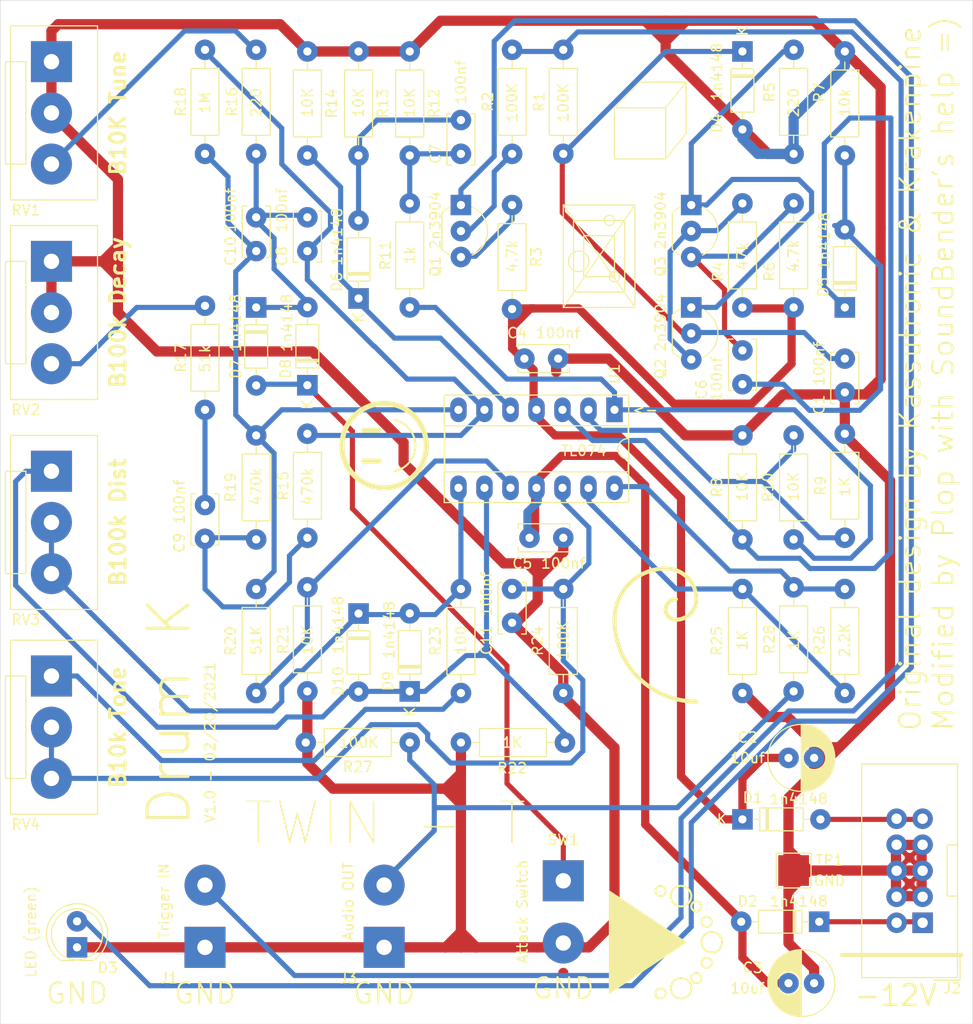
<source format=kicad_pcb>
(kicad_pcb (version 20171130) (host pcbnew 5.1.5+dfsg1-2build2)
  (layers (0 F.Cu signal) (31 B.Cu signal) (34 B.Paste user hide) (35 F.Paste user hide) (36 B.SilkS user hide) (37 F.SilkS user) (38 B.Mask user hide) (39 F.Mask user hide) (44 Edge.Cuts user))
  (net 0 "")
  (net 1 GND)
  (net 2 "Net-(C1-Pad1)")
  (net 3 "Net-(C6-Pad2)")
  (net 4 "Net-(C6-Pad1)")
  (net 5 "Net-(C7-Pad2)")
  (net 6 "Net-(C7-Pad1)")
  (net 7 "Net-(C10-Pad2)")
  (net 8 "Net-(C8-Pad2)")
  (net 9 "Net-(C9-Pad1)")
  (net 10 "Net-(C9-Pad2)")
  (net 11 "Net-(C10-Pad1)")
  (net 12 "Net-(C11-Pad1)")
  (net 13 +12V)
  (net 14 -12V)
  (net 15 "Net-(D3-Pad2)")
  (net 16 "Net-(D5-Pad1)")
  (net 17 "Net-(D6-Pad1)")
  (net 18 "Net-(D7-Pad2)")
  (net 19 "Net-(D10-Pad2)")
  (net 20 "Net-(D10-Pad1)")
  (net 21 "Net-(Q1-Pad2)")
  (net 22 "Net-(Q1-Pad3)")
  (net 23 "Net-(Q2-Pad1)")
  (net 24 "Net-(Q2-Pad3)")
  (net 25 "Net-(R10-Pad1)")
  (net 26 "Net-(R10-Pad2)")
  (net 27 "Net-(R16-Pad2)")
  (net 28 "Net-(R17-Pad2)")
  (net 29 "Net-(R20-Pad2)")
  (net 30 "Net-(R23-Pad2)")
  (net 31 "Net-(R25-Pad1)")
  (net 32 "Net-(D1-Pad2)")
  (net 33 "Net-(D2-Pad1)")
  (net 34 "Net-(J1-Pad2)")
  (net 35 "Net-(J3-Pad2)")
  (net 36 "Net-(R26-Pad1)")
  (net 37 "Net-(SW1-Pad3)")
  (module footprints:SolderWirePad_1x02_+1NC_Drill1.5m (layer F.Cu) (at 110 121 270)
    (fp_text reference SW1 (at -4 0 180) (layer F.SilkS))
    (fp_text value Push_SPDT)
    (pad 3 smd circle (at 9 0 270) (size 1 1) (layers F.Cu F.Paste F.Mask) (net 37 "Net-(SW1-Pad3)"))
    (pad 1 thru_hole rect (at 0 0 270) (size 4 4) (drill 1.50114) (layers *.Cu *.Mask) (net 18 "Net-(D7-Pad2)"))
    (pad 2 thru_hole circle (at 6.08 0 270) (size 4 4) (drill 1.50114) (layers *.Cu *.Mask) (net 1 GND))
  )
  (module footprints:2X05_Power_conn (layer F.Cu) (at 145 125)
    (fp_text reference J2 (at 3 6.5 180) (layer F.SilkS))
    (fp_text value Eurorack_power)
    (fp_text user -12V (at -2.5 7.2) (layer F.SilkS) (effects (font (size 2 2) (thickness 0.25))))
    (pad 10 thru_hole circle (at -2.44 -10.06 180) (size 2 2) (drill 1.016) (layers *.Cu *.Mask) (net 32 "Net-(D1-Pad2)"))
    (pad 9 thru_hole circle (at 0.1 -10.06 180) (size 2 2) (drill 1.016) (layers *.Cu *.Mask) (net 32 "Net-(D1-Pad2)"))
    (pad 8 thru_hole circle (at -2.44 -7.52 180) (size 2 2) (drill 1.016) (layers *.Cu *.Mask) (net 1 GND))
    (pad 7 thru_hole circle (at 0.1 -7.52 180) (size 2 2) (drill 1.016) (layers *.Cu *.Mask) (net 1 GND))
    (pad 6 thru_hole circle (at -2.44 -4.98 180) (size 2 2) (drill 1.016) (layers *.Cu *.Mask) (net 1 GND))
    (pad 5 thru_hole circle (at 0.1 -4.98 180) (size 2 2) (drill 1.016) (layers *.Cu *.Mask) (net 1 GND))
    (pad 4 thru_hole circle (at -2.44 -2.44 180) (size 2 2) (drill 1.016) (layers *.Cu *.Mask) (net 1 GND))
    (pad 3 thru_hole circle (at 0.1 -2.44 180) (size 2 2) (drill 1.016) (layers *.Cu *.Mask) (net 1 GND))
    (pad 2 thru_hole circle (at -2.44 0.1 180) (size 2 2) (drill 1.016) (layers *.Cu *.Mask) (net 33 "Net-(D2-Pad1)"))
    (pad 1 thru_hole rect (at 0.1 0.1 180) (size 2 2) (drill 1.016) (layers *.Cu *.Mask) (net 33 "Net-(D2-Pad1)"))
  )
  (module "footprints:C_Disc_(100nf_ceramique)" (layer F.Cu) (at 137.5 70 270)
    (fp_text reference C1 (at 4.5 2.5 90) (layer F.SilkS))
    (fp_text value 100nf)
    (pad 1 thru_hole circle (at 0 0 270) (size 2 2) (drill 0.8) (layers *.Cu *.Mask) (net 2 "Net-(C1-Pad1)"))
    (pad 2 thru_hole circle (at 3.3 0 270) (size 2 2) (drill 0.8) (layers *.Cu *.Mask) (net 1 GND))
  )
  (module "footprints:C_Radial_10uf_50v(5*11)" (layer F.Cu) (at 132 109)
    (fp_text reference C2 (at -4 -2) (layer F.SilkS))
    (fp_text value 10uf)
    (pad 2 thru_hole circle (at 2.5 0) (size 2 2) (drill 0.8) (layers *.Cu *.Mask) (net 1 GND))
    (pad 1 thru_hole circle (at 0 0) (size 2 2) (drill 0.8) (layers *.Cu *.Mask) (net 13 +12V))
  )
  (module "footprints:C_Radial_10uf_50v(5*11)" (layer F.Cu) (at 134.5 131 180)
    (fp_text reference C3 (at 6 1.5) (layer F.SilkS))
    (fp_text value 10uf)
    (pad 2 thru_hole circle (at 2.5 0 180) (size 2 2) (drill 0.8) (layers *.Cu *.Mask) (net 14 -12V))
    (pad 1 thru_hole circle (at 0 0 180) (size 2 2) (drill 0.8) (layers *.Cu *.Mask) (net 1 GND))
  )
  (module "footprints:C_Disc_(100nf_ceramique)" (layer F.Cu) (at 106.2 70)
    (fp_text reference C4 (at -0.7 -2.5) (layer F.SilkS))
    (fp_text value 100nf)
    (pad 1 thru_hole circle (at 0 0) (size 2 2) (drill 0.8) (layers *.Cu *.Mask) (net 13 +12V))
    (pad 2 thru_hole circle (at 3.3 0) (size 2 2) (drill 0.8) (layers *.Cu *.Mask) (net 1 GND))
  )
  (module "footprints:C_Disc_(100nf_ceramique)" (layer F.Cu) (at 110 87.5 180)
    (fp_text reference C5 (at 4 -2.5) (layer F.SilkS))
    (fp_text value 100nf)
    (pad 1 thru_hole circle (at 0 0 180) (size 2 2) (drill 0.8) (layers *.Cu *.Mask) (net 1 GND))
    (pad 2 thru_hole circle (at 3.3 0 180) (size 2 2) (drill 0.8) (layers *.Cu *.Mask) (net 14 -12V))
  )
  (module "footprints:C_Disc_(100nf_ceramique)" (layer F.Cu) (at 127.5 72.5 90)
    (fp_text reference C6 (at -0.5 -4 90) (layer F.SilkS))
    (fp_text value 100nf)
    (pad 1 thru_hole circle (at 0 0 90) (size 2 2) (drill 0.8) (layers *.Cu *.Mask) (net 4 "Net-(C6-Pad1)"))
    (pad 2 thru_hole circle (at 3.3 0 90) (size 2 2) (drill 0.8) (layers *.Cu *.Mask) (net 3 "Net-(C6-Pad2)"))
  )
  (module "footprints:C_Disc_(100nf_ceramique)" (layer F.Cu) (at 100 46.7 270)
    (fp_text reference C7 (at 3.3 2.5 90) (layer F.SilkS))
    (fp_text value 100nf)
    (pad 1 thru_hole circle (at 0 0 270) (size 2 2) (drill 0.8) (layers *.Cu *.Mask) (net 6 "Net-(C7-Pad1)"))
    (pad 2 thru_hole circle (at 3.3 0 270) (size 2 2) (drill 0.8) (layers *.Cu *.Mask) (net 5 "Net-(C7-Pad2)"))
  )
  (module "footprints:C_Disc_(100nf_ceramique)" (layer F.Cu) (at 85 56.2 270)
    (fp_text reference C8 (at 3.8 2.5 90) (layer F.SilkS))
    (fp_text value 100nf)
    (pad 1 thru_hole circle (at 0 0 270) (size 2 2) (drill 0.8) (layers *.Cu *.Mask) (net 7 "Net-(C10-Pad2)"))
    (pad 2 thru_hole circle (at 3.3 0 270) (size 2 2) (drill 0.8) (layers *.Cu *.Mask) (net 8 "Net-(C8-Pad2)"))
  )
  (module "footprints:C_Disc_(100nf_ceramique)" (layer F.Cu) (at 75 87.6 90)
    (fp_text reference C9 (at -0.4 -2.5 90) (layer F.SilkS))
    (fp_text value 100nf)
    (pad 1 thru_hole circle (at 0 0 90) (size 2 2) (drill 0.8) (layers *.Cu *.Mask) (net 9 "Net-(C9-Pad1)"))
    (pad 2 thru_hole circle (at 3.3 0 90) (size 2 2) (drill 0.8) (layers *.Cu *.Mask) (net 10 "Net-(C9-Pad2)"))
  )
  (module "footprints:C_Disc_(100nf_ceramique)" (layer F.Cu) (at 80 59.5 90)
    (fp_text reference C10 (at 0 -2.5 90) (layer F.SilkS))
    (fp_text value 100nf)
    (pad 1 thru_hole circle (at 0 0 90) (size 2 2) (drill 0.8) (layers *.Cu *.Mask) (net 11 "Net-(C10-Pad1)"))
    (pad 2 thru_hole circle (at 3.3 0 90) (size 2 2) (drill 0.8) (layers *.Cu *.Mask) (net 7 "Net-(C10-Pad2)"))
  )
  (module "footprints:C_Disc_(100nf_ceramique)" (layer F.Cu) (at 105 92.5 270)
    (fp_text reference C11 (at 5 2.5 90) (layer F.SilkS))
    (fp_text value 100nf)
    (pad 1 thru_hole circle (at 0 0 270) (size 2 2) (drill 0.8) (layers *.Cu *.Mask) (net 12 "Net-(C11-Pad1)"))
    (pad 2 thru_hole circle (at 3.3 0 270) (size 2 2) (drill 0.8) (layers *.Cu *.Mask) (net 1 GND))
  )
  (module footprints:Diode1N4148 (layer F.Cu) (at 127.5 115)
    (fp_text reference D1 (at 1 -2.12) (layer F.SilkS))
    (fp_text value 1N4148)
    (fp_text user K (at -2 0) (layer F.SilkS))
    (pad 2 thru_hole circle (at 7.62 0) (size 2 2) (drill 0.8) (layers *.Cu *.Mask) (net 32 "Net-(D1-Pad2)"))
    (pad 1 thru_hole rect (at 0 0) (size 2 2) (drill 0.8) (layers *.Cu *.Mask) (net 13 +12V))
  )
  (module footprints:Diode1N4148 (layer F.Cu) (at 135 125 180)
    (fp_text reference D2 (at 7 2) (layer F.SilkS))
    (fp_text value 1N4148)
    (pad 2 thru_hole circle (at 7.62 0 180) (size 2 2) (drill 0.8) (layers *.Cu *.Mask) (net 14 -12V))
    (pad 1 thru_hole rect (at 0 0 180) (size 2 2) (drill 0.8) (layers *.Cu *.Mask) (net 33 "Net-(D2-Pad1)"))
  )
  (module footprints:LED_5.0mm (layer F.Cu) (at 62.5 127.5 90)
    (fp_text reference D3 (at -2 3 180) (layer F.SilkS))
    (fp_text value Green)
    (pad 1 thru_hole rect (at 0 0 90) (size 2 2) (drill 0.8) (layers *.Cu *.Mask) (net 1 GND))
    (pad 2 thru_hole circle (at 2.54 0 90) (size 2 2) (drill 0.8) (layers *.Cu *.Mask) (net 15 "Net-(D3-Pad2)"))
  )
  (module footprints:Diode1N4148 (layer F.Cu) (at 127.5 40 270)
    (fp_text reference D4 (at 7 2.5 90) (layer F.SilkS))
    (fp_text value 1N4148)
    (fp_text user K (at -2 0 90) (layer F.SilkS))
    (pad 2 thru_hole circle (at 7.62 0 270) (size 2 2) (drill 0.8) (layers *.Cu *.Mask) (net 1 GND))
    (pad 1 thru_hole rect (at 0 0 270) (size 2 2) (drill 0.8) (layers *.Cu *.Mask) (net 2 "Net-(C1-Pad1)"))
  )
  (module footprints:Diode1N4148 (layer F.Cu) (at 137.5 65 90)
    (fp_text reference D5 (at 2 -2.12 90) (layer F.SilkS))
    (fp_text value 1N4148)
    (pad 2 thru_hole circle (at 7.62 0 90) (size 2 2) (drill 0.8) (layers *.Cu *.Mask) (net 4 "Net-(C6-Pad1)"))
    (pad 1 thru_hole rect (at 0 0 90) (size 2 2) (drill 0.8) (layers *.Cu *.Mask) (net 16 "Net-(D5-Pad1)"))
  )
  (module footprints:Diode1N4148 (layer F.Cu) (at 90 64.125001 90)
    (fp_text reference D6 (at 1.625001 -2.12 90) (layer F.SilkS))
    (fp_text value 1N4148)
    (fp_text user K (at -1.874999 0 90) (layer F.SilkS))
    (pad 2 thru_hole circle (at 7.62 0 90) (size 2 2) (drill 0.8) (layers *.Cu *.Mask) (net 6 "Net-(C7-Pad1)"))
    (pad 1 thru_hole rect (at 0 0 90) (size 2 2) (drill 0.8) (layers *.Cu *.Mask) (net 17 "Net-(D6-Pad1)"))
  )
  (module footprints:Diode1N4148 (layer F.Cu) (at 80 65 270)
    (fp_text reference D7 (at 6 2 90) (layer F.SilkS))
    (fp_text value 1N4148)
    (pad 2 thru_hole circle (at 7.62 0 270) (size 2 2) (drill 0.8) (layers *.Cu *.Mask) (net 18 "Net-(D7-Pad2)"))
    (pad 1 thru_hole rect (at 0 0 270) (size 2 2) (drill 0.8) (layers *.Cu *.Mask) (net 7 "Net-(C10-Pad2)"))
  )
  (module footprints:Diode1N4148 (layer F.Cu) (at 85 72.6 90)
    (fp_text reference D8 (at 1.6 -2.12 90) (layer F.SilkS))
    (fp_text value 1N4148)
    (fp_text user K (at -1.9 0 90) (layer F.SilkS))
    (pad 2 thru_hole circle (at 7.62 0 90) (size 2 2) (drill 0.8) (layers *.Cu *.Mask) (net 7 "Net-(C10-Pad2)"))
    (pad 1 thru_hole rect (at 0 0 90) (size 2 2) (drill 0.8) (layers *.Cu *.Mask) (net 18 "Net-(D7-Pad2)"))
  )
  (module footprints:Diode1N4148 (layer F.Cu) (at 95 102.5 90)
    (fp_text reference D9 (at 1 -2.12 90) (layer F.SilkS))
    (fp_text value 1N4148)
    (fp_text user K (at -2 0 90) (layer F.SilkS))
    (pad 2 thru_hole circle (at 7.62 0 90) (size 2 2) (drill 0.8) (layers *.Cu *.Mask) (net 20 "Net-(D10-Pad1)"))
    (pad 1 thru_hole rect (at 0 0 90) (size 2 2) (drill 0.8) (layers *.Cu *.Mask) (net 19 "Net-(D10-Pad2)"))
  )
  (module footprints:Diode1N4148 (layer F.Cu) (at 90 94.9 270)
    (fp_text reference D10 (at 6.6 2 90) (layer F.SilkS))
    (fp_text value 1N4148)
    (pad 2 thru_hole circle (at 7.62 0 270) (size 2 2) (drill 0.8) (layers *.Cu *.Mask) (net 19 "Net-(D10-Pad2)"))
    (pad 1 thru_hole rect (at 0 0 270) (size 2 2) (drill 0.8) (layers *.Cu *.Mask) (net 20 "Net-(D10-Pad1)"))
  )
  (module footprints:SolderWirePad_1x02_Drill1.5mm (layer F.Cu) (at 75 127.5 90)
    (fp_text reference J1 (at -3 -3.5 180) (layer F.SilkS))
    (fp_text value "Trigger IN")
    (pad 2 thru_hole circle (at 6.08 0 90) (size 4 4) (drill 1.50114) (layers *.Cu *.Mask) (net 34 "Net-(J1-Pad2)"))
    (pad 1 thru_hole rect (at 0 0 90) (size 4 4) (drill 1.50114) (layers *.Cu *.Mask) (net 1 GND))
  )
  (module footprints:SolderWirePad_1x02_Drill1.5mm (layer F.Cu) (at 92.5 127.5 90)
    (fp_text reference J3 (at -3 -3.5 180) (layer F.SilkS))
    (fp_text value "Audio OUT")
    (pad 2 thru_hole circle (at 6.08 0 90) (size 4 4) (drill 1.50114) (layers *.Cu *.Mask) (net 35 "Net-(J3-Pad2)"))
    (pad 1 thru_hole rect (at 0 0 90) (size 4 4) (drill 1.50114) (layers *.Cu *.Mask) (net 1 GND))
  )
  (module footprints:Transistor (layer F.Cu) (at 100 55 270)
    (fp_text reference Q1 (at 6 2.5 90) (layer F.SilkS))
    (fp_text value 2N3904)
    (pad 1 thru_hole rect (at 0 0) (size 2 2) (drill 0.8) (layers *.Cu *.Mask) (net 15 "Net-(D3-Pad2)"))
    (pad 3 thru_hole circle (at 5.08 0) (size 2 2) (drill 0.8) (layers *.Cu *.Mask) (net 22 "Net-(Q1-Pad3)"))
    (pad 2 thru_hole circle (at 2.54 0) (size 2 2) (drill 0.8) (layers *.Cu *.Mask) (net 21 "Net-(Q1-Pad2)"))
  )
  (module footprints:Transistor (layer F.Cu) (at 122.5 65 270)
    (fp_text reference Q2 (at 6 3 90) (layer F.SilkS))
    (fp_text value 2N3904)
    (pad 1 thru_hole rect (at 0 0) (size 2 2) (drill 0.8) (layers *.Cu *.Mask) (net 23 "Net-(Q2-Pad1)"))
    (pad 3 thru_hole circle (at 5.08 0) (size 2 2) (drill 0.8) (layers *.Cu *.Mask) (net 24 "Net-(Q2-Pad3)"))
    (pad 2 thru_hole circle (at 2.54 0) (size 2 2) (drill 0.8) (layers *.Cu *.Mask) (net 2 "Net-(C1-Pad1)"))
  )
  (module footprints:Transistor (layer F.Cu) (at 122.5 55 270)
    (fp_text reference Q3 (at 6 3 90) (layer F.SilkS))
    (fp_text value 2N3904)
    (pad 1 thru_hole rect (at 0 0) (size 2 2) (drill 0.8) (layers *.Cu *.Mask) (net 23 "Net-(Q2-Pad1)"))
    (pad 3 thru_hole circle (at 5.08 0) (size 2 2) (drill 0.8) (layers *.Cu *.Mask) (net 3 "Net-(C6-Pad2)"))
    (pad 2 thru_hole circle (at 2.54 0) (size 2 2) (drill 0.8) (layers *.Cu *.Mask) (net 24 "Net-(Q2-Pad3)"))
  )
  (module footprints:Resistance (layer F.Cu) (at 110 50 90)
    (fp_text reference R1 (at 5.08 -2.37 90) (layer F.SilkS))
    (fp_text value 100k)
    (pad 2 thru_hole circle (at 10.16 0 90) (size 2 2) (drill 0.8) (layers *.Cu *.Mask) (net 34 "Net-(J1-Pad2)"))
    (pad 1 thru_hole circle (at 0 0 90) (size 2 2) (drill 0.8) (layers *.Cu *.Mask) (net 2 "Net-(C1-Pad1)"))
  )
  (module footprints:Resistance (layer F.Cu) (at 105 50 90)
    (fp_text reference R2 (at 5.08 -2.37 90) (layer F.SilkS))
    (fp_text value 100k)
    (pad 2 thru_hole circle (at 10.16 0 90) (size 2 2) (drill 0.8) (layers *.Cu *.Mask) (net 34 "Net-(J1-Pad2)"))
    (pad 1 thru_hole circle (at 0 0 90) (size 2 2) (drill 0.8) (layers *.Cu *.Mask) (net 21 "Net-(Q1-Pad2)"))
  )
  (module footprints:Resistance (layer F.Cu) (at 105 55 270)
    (fp_text reference R3 (at 5.08 -2.37 90) (layer F.SilkS))
    (fp_text value 4.7k)
    (pad 2 thru_hole circle (at 10.16 0 270) (size 2 2) (drill 0.8) (layers *.Cu *.Mask) (net 13 +12V))
    (pad 1 thru_hole circle (at 0 0 270) (size 2 2) (drill 0.8) (layers *.Cu *.Mask) (net 22 "Net-(Q1-Pad3)"))
  )
  (module footprints:Resistance (layer F.Cu) (at 127.5 65 90)
    (fp_text reference R4 (at 3.5 -2.37 90) (layer F.SilkS))
    (fp_text value 47k)
    (pad 2 thru_hole circle (at 10.16 0 90) (size 2 2) (drill 0.8) (layers *.Cu *.Mask) (net 24 "Net-(Q2-Pad3)"))
    (pad 1 thru_hole circle (at 0 0 90) (size 2 2) (drill 0.8) (layers *.Cu *.Mask) (net 13 +12V))
  )
  (module footprints:Resistance (layer F.Cu) (at 132.5 50 90)
    (fp_text reference R5 (at 6 -2.37 90) (layer F.SilkS))
    (fp_text value 220)
    (pad 2 thru_hole circle (at 10.16 0 90) (size 2 2) (drill 0.8) (layers *.Cu *.Mask) (net 23 "Net-(Q2-Pad1)"))
    (pad 1 thru_hole circle (at 0 0 90) (size 2 2) (drill 0.8) (layers *.Cu *.Mask) (net 1 GND))
  )
  (module footprints:Resistance (layer F.Cu) (at 132.5 65 90)
    (fp_text reference R6 (at 3.5 -2.37 90) (layer F.SilkS))
    (fp_text value 4.7k)
    (pad 2 thru_hole circle (at 10.16 0 90) (size 2 2) (drill 0.8) (layers *.Cu *.Mask) (net 3 "Net-(C6-Pad2)"))
    (pad 1 thru_hole circle (at 0 0 90) (size 2 2) (drill 0.8) (layers *.Cu *.Mask) (net 13 +12V))
  )
  (module footprints:Resistance (layer F.Cu) (at 137.5 40 270)
    (fp_text reference R7 (at 4 2.5 90) (layer F.SilkS))
    (fp_text value 10k)
    (pad 2 thru_hole circle (at 10.16 0 270) (size 2 2) (drill 0.8) (layers *.Cu *.Mask) (net 4 "Net-(C6-Pad1)"))
    (pad 1 thru_hole circle (at 0 0 270) (size 2 2) (drill 0.8) (layers *.Cu *.Mask) (net 1 GND))
  )
  (module footprints:Resistance (layer F.Cu) (at 127.5 77.5 270)
    (fp_text reference R8 (at 5.08 2.5 90) (layer F.SilkS))
    (fp_text value 10k)
    (pad 2 thru_hole circle (at 10.16 0 270) (size 2 2) (drill 0.8) (layers *.Cu *.Mask) (net 16 "Net-(D5-Pad1)"))
    (pad 1 thru_hole circle (at 0 0 270) (size 2 2) (drill 0.8) (layers *.Cu *.Mask) (net 1 GND))
  )
  (module footprints:Resistance (layer F.Cu) (at 137.5 87.5 90)
    (fp_text reference R9 (at 5.08 -2.37 90) (layer F.SilkS))
    (fp_text value 1k)
    (pad 2 thru_hole circle (at 10.16 0 90) (size 2 2) (drill 0.8) (layers *.Cu *.Mask) (net 1 GND))
    (pad 1 thru_hole circle (at 0 0 90) (size 2 2) (drill 0.8) (layers *.Cu *.Mask) (net 25 "Net-(R10-Pad1)"))
  )
  (module footprints:Resistance (layer F.Cu) (at 132.5 77.5 270)
    (fp_text reference R10 (at 5.08 2.5 90) (layer F.SilkS))
    (fp_text value 10k)
    (pad 2 thru_hole circle (at 10.16 0 270) (size 2 2) (drill 0.8) (layers *.Cu *.Mask) (net 26 "Net-(R10-Pad2)"))
    (pad 1 thru_hole circle (at 0 0 270) (size 2 2) (drill 0.8) (layers *.Cu *.Mask) (net 25 "Net-(R10-Pad1)"))
  )
  (module footprints:Resistance (layer F.Cu) (at 95 65 90)
    (fp_text reference R11 (at 5.08 -2.37 90) (layer F.SilkS))
    (fp_text value 1k)
    (pad 2 thru_hole circle (at 10.16 0 90) (size 2 2) (drill 0.8) (layers *.Cu *.Mask) (net 5 "Net-(C7-Pad2)"))
    (pad 1 thru_hole circle (at 0 0 90) (size 2 2) (drill 0.8) (layers *.Cu *.Mask) (net 26 "Net-(R10-Pad2)"))
  )
  (module footprints:Resistance (layer F.Cu) (at 95 40 270)
    (fp_text reference R12 (at 5.08 -2.37 90) (layer F.SilkS))
    (fp_text value 10k)
    (pad 2 thru_hole circle (at 10.16 0 270) (size 2 2) (drill 0.8) (layers *.Cu *.Mask) (net 5 "Net-(C7-Pad2)"))
    (pad 1 thru_hole circle (at 0 0 270) (size 2 2) (drill 0.8) (layers *.Cu *.Mask) (net 1 GND))
  )
  (module footprints:Resistance (layer F.Cu) (at 90 40 270)
    (fp_text reference R13 (at 5.08 -2.37 90) (layer F.SilkS))
    (fp_text value 10k)
    (pad 2 thru_hole circle (at 10.16 0 270) (size 2 2) (drill 0.8) (layers *.Cu *.Mask) (net 6 "Net-(C7-Pad1)"))
    (pad 1 thru_hole circle (at 0 0 270) (size 2 2) (drill 0.8) (layers *.Cu *.Mask) (net 1 GND))
  )
  (module footprints:Resistance (layer F.Cu) (at 85 40 270)
    (fp_text reference R14 (at 5.08 -2.37 90) (layer F.SilkS))
    (fp_text value 10k)
    (pad 2 thru_hole circle (at 10.16 0 270) (size 2 2) (drill 0.8) (layers *.Cu *.Mask) (net 17 "Net-(D6-Pad1)"))
    (pad 1 thru_hole circle (at 0 0 270) (size 2 2) (drill 0.8) (layers *.Cu *.Mask) (net 1 GND))
  )
  (module footprints:Resistance (layer F.Cu) (at 85 87.5 90)
    (fp_text reference R15 (at 5.08 -2.37 90) (layer F.SilkS))
    (fp_text value 470k)
    (pad 2 thru_hole circle (at 10.16 0 90) (size 2 2) (drill 0.8) (layers *.Cu *.Mask) (net 8 "Net-(C8-Pad2)"))
    (pad 1 thru_hole circle (at 0 0 90) (size 2 2) (drill 0.8) (layers *.Cu *.Mask) (net 9 "Net-(C9-Pad1)"))
  )
  (module footprints:Resistance (layer F.Cu) (at 80 50 90)
    (fp_text reference R16 (at 5.08 -2.37 90) (layer F.SilkS))
    (fp_text value 220)
    (pad 2 thru_hole circle (at 10.16 0 90) (size 2 2) (drill 0.8) (layers *.Cu *.Mask) (net 27 "Net-(R16-Pad2)"))
    (pad 1 thru_hole circle (at 0 0 90) (size 2 2) (drill 0.8) (layers *.Cu *.Mask) (net 7 "Net-(C10-Pad2)"))
  )
  (module footprints:Resistance (layer F.Cu) (at 75 75 90)
    (fp_text reference R17 (at 5.08 -2.37 90) (layer F.SilkS))
    (fp_text value 51k)
    (pad 2 thru_hole circle (at 10.16 0 90) (size 2 2) (drill 0.8) (layers *.Cu *.Mask) (net 28 "Net-(R17-Pad2)"))
    (pad 1 thru_hole circle (at 0 0 90) (size 2 2) (drill 0.8) (layers *.Cu *.Mask) (net 10 "Net-(C9-Pad2)"))
  )
  (module footprints:Resistance (layer F.Cu) (at 75 50 90)
    (fp_text reference R18 (at 5.08 -2.37 90) (layer F.SilkS))
    (fp_text value 1M)
    (pad 2 thru_hole circle (at 10.16 0 90) (size 2 2) (drill 0.8) (layers *.Cu *.Mask) (net 8 "Net-(C8-Pad2)"))
    (pad 1 thru_hole circle (at 0 0 90) (size 2 2) (drill 0.8) (layers *.Cu *.Mask) (net 11 "Net-(C10-Pad1)"))
  )
  (module footprints:Resistance (layer F.Cu) (at 80 77.5 270)
    (fp_text reference R19 (at 5.08 2.5 90) (layer F.SilkS))
    (fp_text value 470k)
    (pad 2 thru_hole circle (at 10.16 0 270) (size 2 2) (drill 0.8) (layers *.Cu *.Mask) (net 9 "Net-(C9-Pad1)"))
    (pad 1 thru_hole circle (at 0 0 270) (size 2 2) (drill 0.8) (layers *.Cu *.Mask) (net 11 "Net-(C10-Pad1)"))
  )
  (module footprints:Resistance (layer F.Cu) (at 80 92.5 270)
    (fp_text reference R20 (at 5.08 2.5 90) (layer F.SilkS))
    (fp_text value 51k)
    (pad 2 thru_hole circle (at 10.16 0 270) (size 2 2) (drill 0.8) (layers *.Cu *.Mask) (net 29 "Net-(R20-Pad2)"))
    (pad 1 thru_hole circle (at 0 0 270) (size 2 2) (drill 0.8) (layers *.Cu *.Mask) (net 11 "Net-(C10-Pad1)"))
  )
  (module footprints:Resistance (layer F.Cu) (at 85 102.5 90)
    (fp_text reference R21 (at 5.08 -2.37 90) (layer F.SilkS))
    (fp_text value 10k)
    (pad 2 thru_hole circle (at 10.16 0 90) (size 2 2) (drill 0.8) (layers *.Cu *.Mask) (net 29 "Net-(R20-Pad2)"))
    (pad 1 thru_hole circle (at 0 0 90) (size 2 2) (drill 0.8) (layers *.Cu *.Mask) (net 1 GND))
  )
  (module footprints:Resistance (layer F.Cu) (at 100 107.5)
    (fp_text reference R22 (at 5 2.5) (layer F.SilkS))
    (fp_text value 1k)
    (pad 2 thru_hole circle (at 10.16 0) (size 2 2) (drill 0.8) (layers *.Cu *.Mask) (net 19 "Net-(D10-Pad2)"))
    (pad 1 thru_hole circle (at 0 0) (size 2 2) (drill 0.8) (layers *.Cu *.Mask) (net 1 GND))
  )
  (module footprints:Resistance (layer F.Cu) (at 100 92.5 270)
    (fp_text reference R23 (at 5.08 2.5 90) (layer F.SilkS))
    (fp_text value 100)
    (pad 2 thru_hole circle (at 10.16 0 270) (size 2 2) (drill 0.8) (layers *.Cu *.Mask) (net 30 "Net-(R23-Pad2)"))
    (pad 1 thru_hole circle (at 0 0 270) (size 2 2) (drill 0.8) (layers *.Cu *.Mask) (net 20 "Net-(D10-Pad1)"))
  )
  (module footprints:Resistance (layer F.Cu) (at 110 92.5 270)
    (fp_text reference R24 (at 5.08 2.5 90) (layer F.SilkS))
    (fp_text value 100k)
    (pad 2 thru_hole circle (at 10.16 0 270) (size 2 2) (drill 0.8) (layers *.Cu *.Mask) (net 1 GND))
    (pad 1 thru_hole circle (at 0 0 270) (size 2 2) (drill 0.8) (layers *.Cu *.Mask) (net 12 "Net-(C11-Pad1)"))
  )
  (module footprints:Resistance (layer F.Cu) (at 127.5 92.5 270)
    (fp_text reference R25 (at 5.08 2.5 90) (layer F.SilkS))
    (fp_text value 1k)
    (pad 2 thru_hole circle (at 10.16 0 270) (size 2 2) (drill 0.8) (layers *.Cu *.Mask) (net 1 GND))
    (pad 1 thru_hole circle (at 0 0 270) (size 2 2) (drill 0.8) (layers *.Cu *.Mask) (net 31 "Net-(R25-Pad1)"))
  )
  (module footprints:Resistance (layer F.Cu) (at 137.5 92.5 270)
    (fp_text reference R26 (at 5 2.5 90) (layer F.SilkS))
    (fp_text value 2.2k)
    (pad 2 thru_hole circle (at 10.16 0 270) (size 2 2) (drill 0.8) (layers *.Cu *.Mask) (net 31 "Net-(R25-Pad1)"))
    (pad 1 thru_hole circle (at 0 0 270) (size 2 2) (drill 0.8) (layers *.Cu *.Mask) (net 36 "Net-(R26-Pad1)"))
  )
  (module footprints:Resistance (layer F.Cu) (at 95 107.5 180)
    (fp_text reference R27 (at 5.08 -2.37) (layer F.SilkS))
    (fp_text value 100k)
    (pad 2 thru_hole circle (at 10.16 0 180) (size 2 2) (drill 0.8) (layers *.Cu *.Mask) (net 1 GND))
    (pad 1 thru_hole circle (at 0 0 180) (size 2 2) (drill 0.8) (layers *.Cu *.Mask) (net 35 "Net-(J3-Pad2)"))
  )
  (module footprints:Resistance (layer F.Cu) (at 132.5 102.5 90)
    (fp_text reference R28 (at 5.08 -2.37 90) (layer F.SilkS))
    (fp_text value 1k)
    (pad 2 thru_hole circle (at 10.16 0 90) (size 2 2) (drill 0.8) (layers *.Cu *.Mask) (net 36 "Net-(R26-Pad1)"))
    (pad 1 thru_hole circle (at 0 0 90) (size 2 2) (drill 0.8) (layers *.Cu *.Mask) (net 35 "Net-(J3-Pad2)"))
  )
  (module footprints:Pot_WH148-1A2 (layer F.Cu) (at 60 40 180)
    (fp_text reference RV1 (at 2.5 -15.5) (layer F.SilkS))
    (fp_text value "B10k Tune")
    (pad 3 thru_hole circle (at 0 -11 180) (size 4 4) (drill 1.5) (layers *.Cu *.Mask) (net 27 "Net-(R16-Pad2)"))
    (pad 2 thru_hole circle (at 0 -6 180) (size 4 4) (drill 1.5) (layers *.Cu *.Mask) (net 1 GND))
    (pad 1 thru_hole rect (at 0 -1 180) (size 4 4) (drill 1.5) (layers *.Cu *.Mask) (net 1 GND))
  )
  (module footprints:Pot_WH148-1A2 (layer F.Cu) (at 60 59.5 180)
    (fp_text reference RV2 (at 2.5 -15.5) (layer F.SilkS))
    (fp_text value "B100k Decay")
    (pad 3 thru_hole circle (at 0 -11 180) (size 4 4) (drill 1.5) (layers *.Cu *.Mask) (net 28 "Net-(R17-Pad2)"))
    (pad 2 thru_hole circle (at 0 -6 180) (size 4 4) (drill 1.5) (layers *.Cu *.Mask) (net 1 GND))
    (pad 1 thru_hole rect (at 0 -1 180) (size 4 4) (drill 1.5) (layers *.Cu *.Mask) (net 1 GND))
  )
  (module footprints:Pot_WH148-1A2 (layer F.Cu) (at 60 80 180)
    (fp_text reference RV3 (at 2.5 -15.5) (layer F.SilkS))
    (fp_text value "B100k Dist")
    (pad 3 thru_hole circle (at 0 -11 180) (size 4 4) (drill 1.5) (layers *.Cu *.Mask) (net 20 "Net-(D10-Pad1)"))
    (pad 2 thru_hole circle (at 0 -6 180) (size 4 4) (drill 1.5) (layers *.Cu *.Mask) (net 20 "Net-(D10-Pad1)"))
    (pad 1 thru_hole rect (at 0 -1 180) (size 4 4) (drill 1.5) (layers *.Cu *.Mask) (net 19 "Net-(D10-Pad2)"))
  )
  (module footprints:Pot_WH148-1A2 (layer F.Cu) (at 60 100 180)
    (fp_text reference RV4 (at 2.5 -15.5) (layer F.SilkS))
    (fp_text value "B10k Tone")
    (pad 3 thru_hole circle (at 0 -11 180) (size 4 4) (drill 1.5) (layers *.Cu *.Mask) (net 12 "Net-(C11-Pad1)"))
    (pad 2 thru_hole circle (at 0 -6 180) (size 4 4) (drill 1.5) (layers *.Cu *.Mask) (net 12 "Net-(C11-Pad1)"))
    (pad 1 thru_hole rect (at 0 -1 180) (size 4 4) (drill 1.5) (layers *.Cu *.Mask) (net 30 "Net-(R23-Pad2)"))
  )
  (module footprints:TestPoint_Pad_3.0x3.0mm (layer F.Cu) (at 132.5 120)
    (fp_text reference TP1 (at 3.5 -1) (layer F.SilkS))
    (fp_text value TestPoint)
    (pad 1 smd rect (at 0 0) (size 3 3) (layers F.Cu F.Mask) (net 1 GND))
  )
  (module footprints:DIP14-Socket (layer F.Cu) (at 115 75 270)
    (fp_text reference U1 (at -3.5 0 90) (layer F.SilkS))
    (fp_text value TL074)
    (pad 14 thru_hole oval (at 7.62 0 270) (size 2.4 1.6) (drill 0.8) (layers *.Cu *.Mask) (net 36 "Net-(R26-Pad1)"))
    (pad 7 thru_hole oval (at 0 15.24 270) (size 2.4 1.6) (drill 0.8) (layers *.Cu *.Mask) (net 11 "Net-(C10-Pad1)"))
    (pad 13 thru_hole oval (at 7.62 2.54 270) (size 2.4 1.6) (drill 0.8) (layers *.Cu *.Mask) (net 31 "Net-(R25-Pad1)"))
    (pad 6 thru_hole oval (at 0 12.7 270) (size 2.4 1.6) (drill 0.8) (layers *.Cu *.Mask) (net 8 "Net-(C8-Pad2)"))
    (pad 12 thru_hole oval (at 7.62 5.08 270) (size 2.4 1.6) (drill 0.8) (layers *.Cu *.Mask) (net 12 "Net-(C11-Pad1)"))
    (pad 5 thru_hole oval (at 0 10.16 270) (size 2.4 1.6) (drill 0.8) (layers *.Cu *.Mask) (net 17 "Net-(D6-Pad1)"))
    (pad 11 thru_hole oval (at 7.62 7.62 270) (size 2.4 1.6) (drill 0.8) (layers *.Cu *.Mask) (net 14 -12V))
    (pad 4 thru_hole oval (at 0 7.62 270) (size 2.4 1.6) (drill 0.8) (layers *.Cu *.Mask) (net 13 +12V))
    (pad 10 thru_hole oval (at 7.62 10.16 270) (size 2.4 1.6) (drill 0.8) (layers *.Cu *.Mask) (net 29 "Net-(R20-Pad2)"))
    (pad 3 thru_hole oval (at 0 5.08 270) (size 2.4 1.6) (drill 0.8) (layers *.Cu *.Mask) (net 16 "Net-(D5-Pad1)"))
    (pad 9 thru_hole oval (at 7.62 12.7 270) (size 2.4 1.6) (drill 0.8) (layers *.Cu *.Mask) (net 19 "Net-(D10-Pad2)"))
    (pad 2 thru_hole oval (at 0 2.54 270) (size 2.4 1.6) (drill 0.8) (layers *.Cu *.Mask) (net 25 "Net-(R10-Pad1)"))
    (pad 8 thru_hole oval (at 7.62 15.24 270) (size 2.4 1.6) (drill 0.8) (layers *.Cu *.Mask) (net 20 "Net-(D10-Pad1)"))
    (pad 1 thru_hole rect (at 0 0 270) (size 2.4 1.6) (drill 0.8) (layers *.Cu *.Mask) (net 26 "Net-(R10-Pad2)"))
  )
  (gr_text "TWIN - T" (at 92.6 115.4) (layer F.SilkS) (effects (font (size 4 4))))
  (gr_arc (start 123 95.5) (end 115 95.5) (angle -90) (layer F.SilkS) (width 0.4))
  (gr_arc (start 120 95.5) (end 120 90.5) (angle -90) (layer F.SilkS) (width 0.4))
  (gr_arc (start 120 93.5) (end 123 93.5) (angle -90) (layer F.SilkS) (width 0.4))
  (gr_arc (start 121 93.5) (end 121 95.5) (angle -90) (layer F.SilkS) (width 0.4))
  (gr_arc (start 121 94.5) (end 120 94.5) (angle -90) (layer F.SilkS) (width 0.4))
  (gr_arc (start 121 94.5) (end 121 93.5) (angle -90) (layer F.SilkS) (width 0.4))
  (gr_circle (center 115 62) (end 115 61.5) (layer F.SilkS) (width 0.12))
  (gr_circle (center 111.5 60.5) (end 111.5 59.5) (layer F.SilkS) (width 0.12))
  (gr_circle (center 114.5 56.5) (end 114.5 56) (layer F.SilkS) (width 0.12))
  (gr_line (start 115 62) (end 115 58) (layer F.SilkS) (width 0.12))
  (gr_line (start 112 62) (end 115 62) (layer F.SilkS) (width 0.12))
  (gr_line (start 112 58) (end 112 62) (layer F.SilkS) (width 0.12))
  (gr_line (start 115 58) (end 112 58) (layer F.SilkS) (width 0.12))
  (gr_line (start 116 63.5) (end 116 56.5) (layer F.SilkS) (width 0.12))
  (gr_line (start 111 63.5) (end 116 63.5) (layer F.SilkS) (width 0.12))
  (gr_line (start 111 56.5) (end 111 63.5) (layer F.SilkS) (width 0.12))
  (gr_line (start 116 56.5) (end 111 56.5) (layer F.SilkS) (width 0.12))
  (gr_line (start 110 65) (end 117 55) (layer F.SilkS) (width 0.12))
  (gr_line (start 110 55) (end 117 65) (layer F.SilkS) (width 0.12))
  (gr_line (start 110 55) (end 110 65) (layer F.SilkS) (width 0.12))
  (gr_line (start 117 55) (end 110 55) (layer F.SilkS) (width 0.12))
  (gr_line (start 117 65) (end 117 55) (layer F.SilkS) (width 0.12))
  (gr_line (start 110 65) (end 117 65) (layer F.SilkS) (width 0.12))
  (gr_line (start 117.5 43) (end 115 45.5) (layer F.SilkS) (width 0.12))
  (gr_line (start 122 43) (end 117.5 43) (layer F.SilkS) (width 0.12))
  (gr_line (start 122 48) (end 120 50.5) (layer F.SilkS) (width 0.12))
  (gr_line (start 122 43) (end 122 48) (layer F.SilkS) (width 0.12))
  (gr_line (start 120 45.5) (end 122 43) (layer F.SilkS) (width 0.12))
  (gr_line (start 120 50.5) (end 120 45.5) (layer F.SilkS) (width 0.12))
  (gr_line (start 115 50.5) (end 120 50.5) (layer F.SilkS) (width 0.12))
  (gr_line (start 115 45.5) (end 115 50.5) (layer F.SilkS) (width 0.12))
  (gr_line (start 120 45.5) (end 115 45.5) (layer F.SilkS) (width 0.12))
  (gr_circle (center 121.5 122.5) (end 122.5 122.5) (layer F.SilkS) (width 0.2))
  (gr_circle (center 121.5 131.5) (end 122.5 131.5) (layer F.SilkS) (width 0.2))
  (gr_circle (center 119.5 132) (end 120 132) (layer F.SilkS) (width 0.2))
  (gr_circle (center 123 130.5) (end 123.5 130.5) (layer F.SilkS) (width 0.2))
  (gr_circle (center 124 129) (end 124.5 129) (layer F.SilkS) (width 0.2))
  (gr_circle (center 124.5 127) (end 125.5 127) (layer F.SilkS) (width 0.2))
  (gr_circle (center 124 125) (end 124.5 125) (layer F.SilkS) (width 0.2))
  (gr_circle (center 123 123.5) (end 123.5 123.5) (layer F.SilkS) (width 0.2))
  (gr_circle (center 119.5 122) (end 120 122) (layer F.SilkS) (width 0.2))
  (gr_poly (pts (xy 114.5 132) (xy 114.5 122) (xy 122 127)) (layer F.SilkS) (width 0.1))
  (gr_arc (start 93 78.5) (end 93.499999 80.999999) (angle -157.4) (layer F.SilkS) (width 0.2))
  (gr_line (start 90.5 77) (end 92 77) (layer F.SilkS) (width 0.5))
  (gr_line (start 90.5 80) (end 92 80) (layer F.SilkS) (width 0.5))
  (gr_circle (center 92.5 78.5) (end 92.5 74.376894) (layer F.SilkS) (width 0.5))
  (gr_text GND (at 62.5 132) (layer F.SilkS) (effects (font (size 2 2) (thickness 0.2))))
  (gr_text GND (at 110 131.5) (layer F.SilkS) (effects (font (size 2 2) (thickness 0.2))))
  (gr_text GND (at 92.5 132) (layer F.SilkS) (effects (font (size 2 2) (thickness 0.2))))
  (gr_text GND (at 75 132) (layer F.SilkS) (effects (font (size 2 2) (thickness 0.2))))
  (gr_text 1n4148 (at 133 113) (layer F.SilkS) (effects (font (size 1 1))))
  (gr_text 1n4148 (at 133 123) (layer F.SilkS) (effects (font (size 1 1))))
  (gr_text 10uf (at 128 131.5) (layer F.SilkS) (effects (font (size 1 1))))
  (gr_text 10uf (at 128 109) (layer F.SilkS) (effects (font (size 1 1))))
  (gr_text 100nf (at 100 43 90) (layer F.SilkS) (effects (font (size 1 1))))
  (gr_text 1K (at 137.5 82.5 90) (layer F.SilkS) (effects (font (size 1 1))))
  (gr_text 10K (at 132.5 82.5 90) (layer F.SilkS) (effects (font (size 1 1))))
  (gr_text 10K (at 127.5 82.5 90) (layer F.SilkS) (effects (font (size 1 1))))
  (gr_text 2.2K (at 137.5 97.5 90) (layer F.SilkS) (effects (font (size 1 1))))
  (gr_text 1K (at 132.5 97.5 90) (layer F.SilkS) (effects (font (size 1 1))))
  (gr_text 1K (at 127.5 97.5 90) (layer F.SilkS) (effects (font (size 1 1))))
  (gr_text 100K (at 110 97.5 90) (layer F.SilkS) (effects (font (size 1 1))))
  (gr_text 100 (at 100 97.5 90) (layer F.SilkS) (effects (font (size 1 1))))
  (gr_text 1n4148 (at 88 96 90) (layer F.SilkS) (effects (font (size 1 1))))
  (gr_text 1n4148 (at 93 96.5 90) (layer F.SilkS) (effects (font (size 1 1))))
  (gr_text 100nf (at 102.5 93 90) (layer F.SilkS) (effects (font (size 1 1))))
  (gr_text 10K (at 85 97.5 90) (layer F.SilkS) (effects (font (size 1 1))))
  (gr_text 51K (at 80 97.5 90) (layer F.SilkS) (effects (font (size 1 1))))
  (gr_text 1K (at 105 107.5) (layer F.SilkS) (effects (font (size 1 1))))
  (gr_text 100K (at 90 107.5) (layer F.SilkS) (effects (font (size 1 1))))
  (gr_text 100nf (at 125 72 90) (layer F.SilkS) (effects (font (size 1 1))))
  (gr_text 100nf (at 135 70.5 90) (layer F.SilkS) (effects (font (size 1 1))))
  (gr_text 100nf (at 109.5 67.5) (layer F.SilkS) (effects (font (size 1 1))))
  (gr_text TL074 (at 112 79) (layer F.SilkS) (effects (font (size 1 1))))
  (gr_text 100nf (at 110 90) (layer F.SilkS) (effects (font (size 1 1))))
  (gr_text 470k (at 85 82.5 90) (layer F.SilkS) (effects (font (size 1 1))))
  (gr_text 470k (at 80 82.5 90) (layer F.SilkS) (effects (font (size 1 1))))
  (gr_text 100nf (at 72.5 84 90) (layer F.SilkS) (effects (font (size 1 1))))
  (gr_text 1n4148 (at 83 66.5 90) (layer F.SilkS) (effects (font (size 1 1))))
  (gr_text 1n4148 (at 78 66.5 90) (layer F.SilkS) (effects (font (size 1 1))))
  (gr_text 51k (at 75 70 90) (layer F.SilkS) (effects (font (size 1 1))))
  (gr_text 1n4148 (at 135.5 58.5 90) (layer F.SilkS) (effects (font (size 1 1))))
  (gr_text 4.7k (at 132.5 60 90) (layer F.SilkS) (effects (font (size 1 1))))
  (gr_text 47k (at 127.5 60 90) (layer F.SilkS) (effects (font (size 1 1))))
  (gr_text 2n3904 (at 119.5 66.5 90) (layer F.SilkS) (effects (font (size 1 1))))
  (gr_text 2n3904 (at 119.5 56.5 90) (layer F.SilkS) (effects (font (size 1 1))))
  (gr_text 4.7k (at 105 60 90) (layer F.SilkS) (effects (font (size 1 1))))
  (gr_text 2n3904 (at 97.5 56.5 90) (layer F.SilkS) (effects (font (size 1 1))))
  (gr_text 1k (at 95 59.9 90) (layer F.SilkS) (effects (font (size 1 1))))
  (gr_text 1n4148 (at 87.9 58.1 90) (layer F.SilkS) (effects (font (size 1 1))))
  (gr_text 100nf (at 82.5 55.5 90) (layer F.SilkS) (effects (font (size 1 1))))
  (gr_text 100nf (at 77.5 55.5 90) (layer F.SilkS) (effects (font (size 1 1))))
  (gr_text 10k (at 137.5 45 90) (layer F.SilkS) (effects (font (size 1 1))))
  (gr_text 220 (at 132.5 45 90) (layer F.SilkS) (effects (font (size 1 1))))
  (gr_text 1n4148 (at 125 42 90) (layer F.SilkS) (effects (font (size 1 1))))
  (gr_text 100K (at 110 45 90) (layer F.SilkS) (effects (font (size 1 1))))
  (gr_text 100K (at 105 45 90) (layer F.SilkS) (effects (font (size 1 1))))
  (gr_text 10K (at 95 45 90) (layer F.SilkS) (effects (font (size 1 1))))
  (gr_text 10K (at 90 45 90) (layer F.SilkS) (effects (font (size 1 1))))
  (gr_text 10K (at 85 45 90) (layer F.SilkS) (effects (font (size 1 1))))
  (gr_text 220 (at 80 45 90) (layer F.SilkS) (effects (font (size 1 1))))
  (gr_text 1M (at 75 45 90) (layer F.SilkS) (effects (font (size 1 1))))
  (gr_text <- (at 118 75) (layer F.SilkS) (effects (font (size 1 1))))
  (gr_text "Attack Switch" (at 106 124 90) (layer F.SilkS) (effects (font (size 1 1))))
  (gr_text "Audio OUT" (at 89 123 90) (layer F.SilkS) (effects (font (size 1 1))))
  (gr_text "Trigger IN" (at 71 123 90) (layer F.SilkS) (effects (font (size 1 1))))
  (gr_text "LED (green)" (at 58 126 90) (layer F.SilkS) (effects (font (size 1 1))))
  (gr_text "V1.0 - 02/20/2021" (at 75.5 107.5 90) (layer F.SilkS) (effects (font (size 1 1))))
  (gr_text "Original design by Kassutronic & Krakenpine\nModified by Plop with SoundBender's help =)\n" (at 145.5 106.5 90) (layer F.SilkS) (effects (font (size 2 2) (thickness 0.2)) (justify left)))
  (gr_text "Drum K " (at 71.5 103 90) (layer F.SilkS) (effects (font (size 4 4) (thickness 0.3))))
  (gr_text "B10k Tone" (at 66.5 106 90) (layer F.SilkS) (effects (font (size 1.5 1.5) (thickness 0.3))))
  (gr_text "B100k Decay" (at 66.5 65.5 90) (layer F.SilkS) (effects (font (size 1.5 1.5) (thickness 0.3))))
  (gr_text "B100k Dist\n" (at 66.5 86 90) (layer F.SilkS) (effects (font (size 1.5 1.5) (thickness 0.3))))
  (gr_text "B10K Tune\n" (at 66.5 46 90) (layer F.SilkS) (effects (font (size 1.5 1.5) (thickness 0.3))))
  (gr_text GND (at 136 121) (layer F.SilkS) (effects (font (size 1 1))))
  (gr_line (start 55 135) (end 55 35) (layer Edge.Cuts) (width 0.05))
  (gr_line (start 150 135) (end 55 135) (layer Edge.Cuts) (width 0.05))
  (gr_line (start 150 35) (end 150 135) (layer Edge.Cuts) (width 0.05))
  (gr_line (start 55 35) (end 150 35) (layer Edge.Cuts) (width 0.05))
  (segment (start 145 117.5) (end 142.5 117.5) (width 1) (layer F.Cu) (net 1))
  (segment (start 145 122.5) (end 145 117.5) (width 1) (layer F.Cu) (net 1))
  (segment (start 142.5 122.5) (end 145 122.5) (width 1) (layer F.Cu) (net 1))
  (segment (start 142.5 122.5) (end 142.5 120) (width 1) (layer F.Cu) (net 1))
  (segment (start 142.5 120) (end 142.5 117.5) (width 1) (layer F.Cu) (net 1))
  (segment (start 142.5 120) (end 145 120) (width 1) (layer F.Cu) (net 1))
  (segment (start 130 105) (end 128 103) (width 1) (layer F.Cu) (net 1))
  (segment (start 92 127.5) (end 75 127.5) (width 1) (layer F.Cu) (net 1))
  (segment (start 75 127.5) (end 62.5 127.5) (width 1) (layer F.Cu) (net 1))
  (segment (start 85 107.5) (end 85 102.5) (width 1) (layer F.Cu) (net 1))
  (segment (start 85 107.5) (end 85 109.5) (width 1) (layer F.Cu) (net 1))
  (segment (start 85 109.5) (end 87.5 112) (width 1) (layer F.Cu) (net 1))
  (segment (start 137.5 77.5) (end 137.5 73.5) (width 1) (layer F.Cu) (net 1))
  (segment (start 128.499999 76.500001) (end 127.5 77.5) (width 1) (layer F.Cu) (net 1))
  (segment (start 131.5 73.5) (end 128.499999 76.500001) (width 1) (layer F.Cu) (net 1))
  (segment (start 137.5 73.5) (end 131.5 73.5) (width 1) (layer F.Cu) (net 1))
  (segment (start 137.5 73.5) (end 139.5 73.5) (width 1) (layer F.Cu) (net 1))
  (segment (start 139.5 73.5) (end 141 72) (width 1) (layer F.Cu) (net 1))
  (segment (start 141 72) (end 141 57.179998) (width 1) (layer F.Cu) (net 1))
  (segment (start 95 40) (end 90 40) (width 1) (layer F.Cu) (net 1))
  (segment (start 90 40) (end 85 40) (width 1) (layer F.Cu) (net 1))
  (segment (start 95 40) (end 98 37) (width 1) (layer F.Cu) (net 1))
  (segment (start 134.5 37) (end 137.5 40) (width 1) (layer F.Cu) (net 1))
  (segment (start 82.339999 37.339999) (end 85 40) (width 1) (layer F.Cu) (net 1))
  (segment (start 60.660001 37.339999) (end 82.339999 37.339999) (width 1) (layer F.Cu) (net 1))
  (segment (start 60 38) (end 60.660001 37.339999) (width 1) (layer F.Cu) (net 1))
  (segment (start 60 41) (end 60 38) (width 1) (layer F.Cu) (net 1))
  (segment (start 60 41.5) (end 60 46) (width 1) (layer F.Cu) (net 1))
  (segment (start 134.5 110.414213) (end 134.5 109) (width 1) (layer F.Cu) (net 1))
  (segment (start 132 112.914213) (end 134.5 110.414213) (width 1) (layer F.Cu) (net 1))
  (segment (start 134.5 129.585787) (end 132 127.085787) (width 1) (layer F.Cu) (net 1))
  (segment (start 134.5 131) (end 134.5 129.585787) (width 1) (layer F.Cu) (net 1))
  (segment (start 131.914213 105) (end 130 105) (width 1) (layer F.Cu) (net 1))
  (segment (start 134.5 109) (end 134.5 107.585787) (width 1) (layer F.Cu) (net 1))
  (segment (start 105.200002 96) (end 105 96) (width 1) (layer F.Cu) (net 1))
  (segment (start 107.500001 93.700001) (end 105.200002 96) (width 1) (layer F.Cu) (net 1))
  (segment (start 107.5 91.414213) (end 107.500001 93.700001) (width 1) (layer F.Cu) (net 1))
  (segment (start 110 87.5) (end 110 88.914213) (width 1) (layer F.Cu) (net 1))
  (segment (start 66.5 52.5) (end 60 46) (width 1) (layer F.Cu) (net 1))
  (segment (start 134.5 109) (end 135.914213 109) (width 1) (layer F.Cu) (net 1))
  (segment (start 141.914213 103) (end 141.914213 81.914213) (width 1) (layer F.Cu) (net 1))
  (segment (start 141.914213 81.914213) (end 137.5 77.5) (width 1) (layer F.Cu) (net 1))
  (segment (start 132.5 46.414213) (end 132.5 49.5) (width 1) (layer B.Cu) (net 1))
  (segment (start 137.5 41.414213) (end 132.5 46.414213) (width 1) (layer B.Cu) (net 1))
  (segment (start 137.5 40) (end 137.5 41.414213) (width 1) (layer B.Cu) (net 1))
  (segment (start 127.5 47.5) (end 127.5 48.5) (width 1) (layer B.Cu) (net 1))
  (segment (start 129 50) (end 132.5 50) (width 1) (layer B.Cu) (net 1))
  (segment (start 127.5 48.5) (end 129 50) (width 1) (layer B.Cu) (net 1))
  (segment (start 109.3 69.9) (end 109.3 71.3) (width 1) (layer F.Cu) (net 1))
  (segment (start 127.5 77.5) (end 121.920086 77.5) (width 1) (layer F.Cu) (net 1))
  (segment (start 121.920086 77.5) (end 114.420086 70) (width 1) (layer F.Cu) (net 1))
  (segment (start 114.420086 70) (end 110.914213 70) (width 1) (layer F.Cu) (net 1))
  (segment (start 110.914213 70) (end 109.5 70) (width 1) (layer F.Cu) (net 1))
  (segment (start 105 95.8) (end 104.9 95.8) (width 1) (layer F.Cu) (net 1))
  (segment (start 110 100.8) (end 105 95.8) (width 1) (layer F.Cu) (net 1))
  (segment (start 110 102.7) (end 110 100.8) (width 1) (layer F.Cu) (net 1))
  (segment (start 108.9 90) (end 107.5 91.414213) (width 1) (layer F.Cu) (net 1))
  (segment (start 110 88.914213) (end 108.9 90) (width 1) (layer F.Cu) (net 1))
  (segment (start 60 60.5) (end 60 65.5) (width 1) (layer F.Cu) (net 1))
  (segment (start 107.5 91) (end 106.5 90) (width 1) (layer F.Cu) (net 1))
  (segment (start 107.5 91.414213) (end 107.5 91) (width 1) (layer F.Cu) (net 1))
  (segment (start 106.5 90) (end 108.9 90) (width 1) (layer F.Cu) (net 1))
  (segment (start 98.5 112) (end 100 110.5) (width 1) (layer F.Cu) (net 1))
  (segment (start 98 112) (end 98.5 112) (width 1) (layer F.Cu) (net 1))
  (segment (start 100 107.5) (end 100 110.5) (width 1) (layer F.Cu) (net 1))
  (segment (start 87.5 112) (end 98 112) (width 1) (layer F.Cu) (net 1))
  (segment (start 98 112) (end 99.5 112) (width 1) (layer F.Cu) (net 1))
  (segment (start 100 113.5) (end 98.5 112) (width 1) (layer F.Cu) (net 1))
  (segment (start 100 110.5) (end 100 113.5) (width 1) (layer F.Cu) (net 1))
  (segment (start 65 60.5) (end 66.5 59) (width 1) (layer F.Cu) (net 1))
  (segment (start 66.5 59) (end 66.5 52.5) (width 1) (layer F.Cu) (net 1))
  (segment (start 64.5 60.5) (end 65 60.5) (width 1) (layer F.Cu) (net 1))
  (segment (start 66.5 60.5) (end 66.5 59) (width 1) (layer F.Cu) (net 1))
  (segment (start 60 60.5) (end 64.5 60.5) (width 1) (layer F.Cu) (net 1))
  (segment (start 64.5 60.5) (end 66.5 60.5) (width 1) (layer F.Cu) (net 1))
  (segment (start 65 60.5) (end 66.5 62) (width 1) (layer F.Cu) (net 1))
  (segment (start 66.5 62) (end 66.5 60.5) (width 1) (layer F.Cu) (net 1))
  (segment (start 94.4 78.199998) (end 85.500002 69.3) (width 1) (layer F.Cu) (net 1))
  (segment (start 66.5 65.5) (end 66.5 62) (width 1) (layer F.Cu) (net 1))
  (segment (start 70.3 69.3) (end 66.5 65.5) (width 1) (layer F.Cu) (net 1))
  (segment (start 94.4 80.205598) (end 94.4 78.199998) (width 1) (layer F.Cu) (net 1))
  (segment (start 104.194402 90) (end 94.4 80.205598) (width 1) (layer F.Cu) (net 1))
  (segment (start 85.500002 69.3) (end 70.3 69.3) (width 1) (layer F.Cu) (net 1))
  (segment (start 106.5 90) (end 104.194402 90) (width 1) (layer F.Cu) (net 1))
  (segment (start 141 43.5) (end 137.5 40) (width 1) (layer F.Cu) (net 1))
  (segment (start 141 57.179998) (end 141 43.5) (width 1) (layer F.Cu) (net 1))
  (segment (start 130 50) (end 120 40) (width 1) (layer F.Cu) (net 1))
  (segment (start 132.5 50) (end 130 50) (width 1) (layer F.Cu) (net 1))
  (segment (start 122 37) (end 134.5 37) (width 1) (layer F.Cu) (net 1))
  (segment (start 120 37) (end 122 37) (width 1) (layer F.Cu) (net 1))
  (segment (start 120 40) (end 120 39) (width 1) (layer F.Cu) (net 1))
  (segment (start 120 39) (end 120 37) (width 1) (layer F.Cu) (net 1))
  (segment (start 120 37) (end 121 38) (width 1) (layer F.Cu) (net 1))
  (segment (start 121 38) (end 122 37) (width 1) (layer F.Cu) (net 1))
  (segment (start 120 39) (end 121 38) (width 1) (layer F.Cu) (net 1))
  (segment (start 118 37) (end 120 37) (width 1) (layer F.Cu) (net 1))
  (segment (start 98 37) (end 118 37) (width 1) (layer F.Cu) (net 1))
  (segment (start 119 38) (end 120 37) (width 1) (layer F.Cu) (net 1))
  (segment (start 120 39) (end 119 38) (width 1) (layer F.Cu) (net 1))
  (segment (start 119 38) (end 118 37) (width 1) (layer F.Cu) (net 1))
  (segment (start 134.5 110.414213) (end 135.914213 109) (width 1) (layer F.Cu) (net 1))
  (segment (start 133.957107 107.042894) (end 135.914213 109) (width 1) (layer F.Cu) (net 1))
  (segment (start 133.957107 107.042893) (end 133.957107 107.042894) (width 1) (layer F.Cu) (net 1))
  (segment (start 134.5 107.585787) (end 133.957107 107.042893) (width 1) (layer F.Cu) (net 1))
  (segment (start 133.957107 107.042893) (end 131.914213 105) (width 1) (layer F.Cu) (net 1))
  (segment (start 134.87132 107.957107) (end 134.5 107.585787) (width 1) (layer F.Cu) (net 1))
  (segment (start 136.957107 107.957107) (end 134.87132 107.957107) (width 1) (layer F.Cu) (net 1))
  (segment (start 135.914213 109) (end 136.957107 107.957107) (width 1) (layer F.Cu) (net 1))
  (segment (start 136.957107 107.957107) (end 141.914213 103) (width 1) (layer F.Cu) (net 1))
  (segment (start 134 120) (end 132.5 120) (width 1) (layer F.Cu) (net 1))
  (segment (start 142.5 120) (end 134 120) (width 1) (layer F.Cu) (net 1))
  (segment (start 132 127.085787) (end 132 122) (width 1) (layer F.Cu) (net 1))
  (segment (start 134 120) (end 132 118) (width 1) (layer F.Cu) (net 1))
  (segment (start 132 118) (end 132 112.914213) (width 1) (layer F.Cu) (net 1))
  (segment (start 133 119) (end 132 120) (width 1) (layer F.Cu) (net 1))
  (segment (start 132 120) (end 132 118) (width 1) (layer F.Cu) (net 1))
  (segment (start 132 122) (end 132 120) (width 1) (layer F.Cu) (net 1))
  (segment (start 132 120) (end 133 121) (width 1) (layer F.Cu) (net 1))
  (segment (start 133 121) (end 134 120) (width 1) (layer F.Cu) (net 1))
  (segment (start 132 122) (end 133 121) (width 1) (layer F.Cu) (net 1))
  (segment (start 115 108) (end 110 103) (width 1) (layer F.Cu) (net 1))
  (segment (start 115 125) (end 115 108) (width 1) (layer F.Cu) (net 1))
  (segment (start 112.5 127.5) (end 115 125) (width 1) (layer F.Cu) (net 1))
  (segment (start 107.5 127.5) (end 112.5 127.5) (width 1) (layer F.Cu) (net 1))
  (segment (start 100 126) (end 100 127.5) (width 1) (layer F.Cu) (net 1))
  (segment (start 101.5 127.5) (end 100 126) (width 1) (layer F.Cu) (net 1))
  (segment (start 100 113.5) (end 100 126) (width 1) (layer F.Cu) (net 1))
  (segment (start 107.5 127.5) (end 101.5 127.5) (width 1) (layer F.Cu) (net 1))
  (segment (start 101.5 127.5) (end 100 127.5) (width 1) (layer F.Cu) (net 1))
  (segment (start 98.5 127.5) (end 100 126) (width 1) (layer F.Cu) (net 1))
  (segment (start 100 127.5) (end 98.5 127.5) (width 1) (layer F.Cu) (net 1))
  (segment (start 98.5 127.5) (end 92.5 127.5) (width 1) (layer F.Cu) (net 1))
  (segment (start 122.550001 67.449999) (end 122.5 67.5) (width 0.5) (layer B.Cu) (net 2))
  (segment (start 136.085787 70) (end 133.535786 67.449999) (width 0.5) (layer B.Cu) (net 2))
  (segment (start 133.535786 67.449999) (end 122.550001 67.449999) (width 0.5) (layer B.Cu) (net 2))
  (segment (start 137.5 70) (end 136.085787 70) (width 0.5) (layer B.Cu) (net 2))
  (segment (start 120 40) (end 110 50) (width 0.5) (layer B.Cu) (net 2))
  (segment (start 127.5 40) (end 120 40) (width 0.5) (layer B.Cu) (net 2))
  (segment (start 109.9 55.750002) (end 109.9 50) (width 0.5) (layer F.Cu) (net 2))
  (segment (start 121.649998 67.5) (end 109.9 55.750002) (width 0.5) (layer F.Cu) (net 2))
  (segment (start 122.5 67.5) (end 121.649998 67.5) (width 0.5) (layer F.Cu) (net 2))
  (segment (start 127.5 60) (end 132.5 55) (width 0.5) (layer B.Cu) (net 3))
  (segment (start 122.5 60) (end 127.5 60) (width 0.5) (layer B.Cu) (net 3))
  (segment (start 125.749999 63.249999) (end 122.5 60) (width 0.5) (layer F.Cu) (net 3))
  (segment (start 125.749999 67.449999) (end 125.749999 63.249999) (width 0.5) (layer F.Cu) (net 3))
  (segment (start 127.5 69.2) (end 125.749999 67.449999) (width 0.5) (layer F.Cu) (net 3))
  (segment (start 137.5 50) (end 137.5 57) (width 0.5) (layer B.Cu) (net 4))
  (segment (start 137.5 57) (end 136.5 57) (width 0.5) (layer B.Cu) (net 4))
  (segment (start 138.949999 75.050001) (end 134.054231 75.050001) (width 0.5) (layer B.Cu) (net 4))
  (segment (start 140.999967 73.000033) (end 138.949999 75.050001) (width 0.5) (layer B.Cu) (net 4))
  (segment (start 137.5 57.5) (end 140.999967 60.999967) (width 0.5) (layer B.Cu) (net 4))
  (segment (start 134.054231 75.050001) (end 131.50423 72.5) (width 0.5) (layer B.Cu) (net 4))
  (segment (start 131.50423 72.5) (end 128.914213 72.5) (width 0.5) (layer B.Cu) (net 4))
  (segment (start 128.914213 72.5) (end 127.5 72.5) (width 0.5) (layer B.Cu) (net 4))
  (segment (start 140.999967 60.999967) (end 140.999967 73.000033) (width 0.5) (layer B.Cu) (net 4))
  (segment (start 95 50) (end 95 55) (width 0.5) (layer B.Cu) (net 5))
  (segment (start 99.9 50) (end 94.9 50) (width 0.5) (layer B.Cu) (net 5))
  (segment (start 90 50) (end 90 56) (width 0.5) (layer B.Cu) (net 6))
  (segment (start 90.1 50.1) (end 90.1 48.4) (width 0.5) (layer B.Cu) (net 6))
  (segment (start 98.585787 46.7) (end 100 46.7) (width 0.5) (layer B.Cu) (net 6))
  (segment (start 91.8 46.7) (end 98.585787 46.7) (width 0.5) (layer B.Cu) (net 6))
  (segment (start 90.1 48.4) (end 91.8 46.7) (width 0.5) (layer B.Cu) (net 6))
  (segment (start 80.5 56) (end 80 56.5) (width 0.5) (layer B.Cu) (net 7))
  (segment (start 85 56) (end 80.5 56) (width 0.5) (layer B.Cu) (net 7))
  (segment (start 80 56.5) (end 80 50) (width 0.5) (layer B.Cu) (net 7))
  (segment (start 85 65) (end 85 64.5) (width 0.5) (layer B.Cu) (net 7))
  (segment (start 81.750001 58.250001) (end 80 56.5) (width 0.5) (layer B.Cu) (net 7))
  (segment (start 81.750001 61.250001) (end 81.750001 58.250001) (width 0.5) (layer B.Cu) (net 7))
  (segment (start 85 64.5) (end 81.750001 61.250001) (width 0.5) (layer B.Cu) (net 7))
  (segment (start 80 65) (end 85 65) (width 0.5) (layer B.Cu) (net 7))
  (segment (start 100 77.5) (end 85 77.5) (width 0.5) (layer B.Cu) (net 8))
  (segment (start 102.5 75) (end 100 77.5) (width 0.5) (layer B.Cu) (net 8))
  (segment (start 75 40) (end 82.5 47.5) (width 0.5) (layer B.Cu) (net 8))
  (segment (start 82.5 47.5) (end 82.5 51) (width 0.5) (layer B.Cu) (net 8))
  (segment (start 87.249988 55.749988) (end 87.249988 57.250012) (width 0.5) (layer B.Cu) (net 8))
  (segment (start 82.5 51) (end 87.249988 55.749988) (width 0.5) (layer B.Cu) (net 8))
  (segment (start 87.249988 57.250012) (end 85 59.5) (width 0.5) (layer B.Cu) (net 8))
  (segment (start 102 74.647955) (end 102 75) (width 0.5) (layer B.Cu) (net 8))
  (segment (start 99.352045 72) (end 102 74.647955) (width 0.5) (layer B.Cu) (net 8))
  (segment (start 94.75 72) (end 99.352045 72) (width 0.5) (layer B.Cu) (net 8))
  (segment (start 91.5 68.789998) (end 91.539998 68.789998) (width 0.5) (layer B.Cu) (net 8))
  (segment (start 91.539998 68.789998) (end 94.75 72) (width 0.5) (layer B.Cu) (net 8))
  (segment (start 85 62.289998) (end 91.5 68.789998) (width 0.5) (layer B.Cu) (net 8))
  (segment (start 85 59.5) (end 85 62.289998) (width 0.5) (layer B.Cu) (net 8))
  (segment (start 75 87.5) (end 80 87.5) (width 0.5) (layer B.Cu) (net 9))
  (segment (start 75 87.5) (end 75 92.5) (width 0.5) (layer B.Cu) (net 9))
  (segment (start 84.000001 88.499999) (end 85 87.5) (width 0.5) (layer B.Cu) (net 9))
  (segment (start 83.249999 89.250001) (end 84.000001 88.499999) (width 0.5) (layer B.Cu) (net 9))
  (segment (start 83.249999 91.840003) (end 83.249999 89.250001) (width 0.5) (layer B.Cu) (net 9))
  (segment (start 80.840001 94.250001) (end 83.249999 91.840003) (width 0.5) (layer B.Cu) (net 9))
  (segment (start 76.750001 94.250001) (end 80.840001 94.250001) (width 0.5) (layer B.Cu) (net 9))
  (segment (start 75 92.5) (end 76.750001 94.250001) (width 0.5) (layer B.Cu) (net 9))
  (segment (start 75 75) (end 75 84) (width 0.5) (layer B.Cu) (net 10))
  (segment (start 82.5 75) (end 80 77.5) (width 0.5) (layer B.Cu) (net 11))
  (segment (start 100 75) (end 82.5 75) (width 0.5) (layer B.Cu) (net 11))
  (segment (start 80 92.5) (end 81.750001 90.749999) (width 0.5) (layer B.Cu) (net 11))
  (segment (start 81.750001 79.250001) (end 80.999999 78.499999) (width 0.5) (layer B.Cu) (net 11))
  (segment (start 81.750001 90.749999) (end 81.750001 79.250001) (width 0.5) (layer B.Cu) (net 11))
  (segment (start 80.999999 78.499999) (end 80 77.5) (width 0.5) (layer B.Cu) (net 11))
  (segment (start 77 52) (end 75 50) (width 0.5) (layer B.Cu) (net 11))
  (segment (start 80 59.5) (end 77.25 56.75) (width 0.5) (layer B.Cu) (net 11))
  (segment (start 78 61.5) (end 80 59.5) (width 0.5) (layer B.Cu) (net 11))
  (segment (start 78 75.5) (end 78 61.5) (width 0.5) (layer B.Cu) (net 11))
  (segment (start 80 77.5) (end 78 75.5) (width 0.5) (layer B.Cu) (net 11))
  (segment (start 77.25 52.25) (end 77 52) (width 0.5) (layer B.Cu) (net 11))
  (segment (start 77.25 56.75) (end 77.25 52.25) (width 0.5) (layer B.Cu) (net 11))
  (segment (start 110 82.5) (end 110 84) (width 0.5) (layer B.Cu) (net 12))
  (segment (start 110 84) (end 112.5 86.5) (width 0.5) (layer B.Cu) (net 12))
  (segment (start 112.5 90) (end 110 92.5) (width 0.5) (layer B.Cu) (net 12))
  (segment (start 112.5 86.5) (end 112.5 90) (width 0.5) (layer B.Cu) (net 12))
  (segment (start 60 110.5) (end 60 106) (width 0.5) (layer B.Cu) (net 12))
  (segment (start 105 92.5) (end 110 92.5) (width 0.5) (layer B.Cu) (net 12))
  (segment (start 110 92.5) (end 110 99.5) (width 0.5) (layer B.Cu) (net 12))
  (segment (start 111.910001 108.340001) (end 110.750002 109.5) (width 0.5) (layer B.Cu) (net 12))
  (segment (start 111.910001 101.410001) (end 111.910001 108.340001) (width 0.5) (layer B.Cu) (net 12))
  (segment (start 110 99.5) (end 111.910001 101.410001) (width 0.5) (layer B.Cu) (net 12))
  (segment (start 95.840001 105.749999) (end 91.250001 105.749999) (width 0.5) (layer B.Cu) (net 12))
  (segment (start 96.750001 106.659999) (end 95.840001 105.749999) (width 0.5) (layer B.Cu) (net 12))
  (segment (start 96.750001 107.250001) (end 96.750001 106.659999) (width 0.5) (layer B.Cu) (net 12))
  (segment (start 99 109.5) (end 96.750001 107.250001) (width 0.5) (layer B.Cu) (net 12))
  (segment (start 110.750002 109.5) (end 99 109.5) (width 0.5) (layer B.Cu) (net 12))
  (segment (start 86 111) (end 60 111) (width 0.5) (layer B.Cu) (net 12))
  (segment (start 91.250001 105.749999) (end 86 111) (width 0.5) (layer B.Cu) (net 12))
  (segment (start 132 109) (end 129.5 109) (width 0.8) (layer F.Cu) (net 13))
  (segment (start 127.5 111) (end 127.5 115) (width 0.8) (layer F.Cu) (net 13))
  (segment (start 129.5 109) (end 127.5 111) (width 0.8) (layer F.Cu) (net 13))
  (segment (start 107.099999 71.099999) (end 107.099999 74.599999) (width 0.8) (layer F.Cu) (net 13))
  (segment (start 125.7 115) (end 127.5 115) (width 0.8) (layer F.Cu) (net 13))
  (segment (start 121.5 110.8) (end 125.7 115) (width 0.8) (layer F.Cu) (net 13))
  (segment (start 115.371198 77.5) (end 121.5 83.628802) (width 0.8) (layer F.Cu) (net 13))
  (segment (start 105 69) (end 107.099999 71.099999) (width 0.8) (layer F.Cu) (net 13))
  (segment (start 107.099999 74.599999) (end 107.5 75) (width 0.8) (layer F.Cu) (net 13))
  (segment (start 107.5 75.808441) (end 109.191559 77.5) (width 0.8) (layer F.Cu) (net 13))
  (segment (start 107.5 75) (end 107.5 75.808441) (width 0.8) (layer F.Cu) (net 13))
  (segment (start 109.191559 77.5) (end 115.371198 77.5) (width 0.8) (layer F.Cu) (net 13))
  (segment (start 121.5 83.628802) (end 121.5 110.8) (width 0.8) (layer F.Cu) (net 13))
  (segment (start 107.1 65.1) (end 106.8 65.1) (width 0.8) (layer F.Cu) (net 13))
  (segment (start 105 66.9) (end 105 69) (width 0.8) (layer F.Cu) (net 13))
  (segment (start 105 65) (end 105 66.9) (width 0.8) (layer F.Cu) (net 13))
  (segment (start 106.8 65.1) (end 105 66.9) (width 0.8) (layer F.Cu) (net 13))
  (segment (start 107.1 65.1) (end 105 65.1) (width 0.8) (layer F.Cu) (net 13))
  (segment (start 132.3 65) (end 132.3 70.512002) (width 0.8) (layer F.Cu) (net 13))
  (segment (start 127.1 65.1) (end 132.2 65.1) (width 0.8) (layer F.Cu) (net 13))
  (segment (start 132.2 65.1) (end 132.3 65) (width 0.8) (layer F.Cu) (net 13))
  (segment (start 111.5 65.1) (end 107.1 65.1) (width 0.8) (layer F.Cu) (net 13))
  (segment (start 120.800001 74.400001) (end 111.5 65.1) (width 0.8) (layer F.Cu) (net 13))
  (segment (start 128.412001 74.400001) (end 120.800001 74.400001) (width 0.8) (layer F.Cu) (net 13))
  (segment (start 132.3 70.512002) (end 128.412001 74.400001) (width 0.8) (layer F.Cu) (net 13))
  (segment (start 132 131) (end 130 131) (width 0.8) (layer F.Cu) (net 14))
  (segment (start 127.5 128.5) (end 127.5 125) (width 0.8) (layer F.Cu) (net 14))
  (segment (start 130 131) (end 127.5 128.5) (width 0.8) (layer F.Cu) (net 14))
  (segment (start 127.5 125) (end 118 115.5) (width 0.8) (layer F.Cu) (net 14))
  (segment (start 118 82.391559) (end 115.108441 79.5) (width 0.8) (layer F.Cu) (net 14))
  (segment (start 118 115.5) (end 118 82.391559) (width 0.8) (layer F.Cu) (net 14))
  (segment (start 107.5 81.811559) (end 107.5 82.5) (width 0.8) (layer F.Cu) (net 14))
  (segment (start 109.811559 79.5) (end 107.5 81.811559) (width 0.8) (layer F.Cu) (net 14))
  (segment (start 115.108441 79.5) (end 109.811559 79.5) (width 0.8) (layer F.Cu) (net 14))
  (segment (start 107.25 87) (end 106.75 87.5) (width 0.8) (layer F.Cu) (net 14))
  (segment (start 107.25 82.5) (end 107.25 87) (width 0.8) (layer F.Cu) (net 14))
  (segment (start 107.5 82.5) (end 107.5 84) (width 0.8) (layer B.Cu) (net 14))
  (segment (start 106.5 85) (end 106.5 87.5) (width 0.8) (layer B.Cu) (net 14))
  (segment (start 107.5 84) (end 106.5 85) (width 0.8) (layer B.Cu) (net 14))
  (segment (start 63.350002 125) (end 62.5 125) (width 0.5) (layer B.Cu) (net 15))
  (segment (start 100 55) (end 100 53.5) (width 0.5) (layer B.Cu) (net 15))
  (segment (start 100 53.5) (end 103.249999 50.250001) (width 0.5) (layer B.Cu) (net 15))
  (segment (start 139.752115 38.247884) (end 143.999999 42.495768) (width 0.5) (layer B.Cu) (net 15))
  (segment (start 138.754219 105.410012) (end 132.418442 105.410012) (width 0.5) (layer B.Cu) (net 15))
  (segment (start 116.749988 131.250012) (end 69.600014 131.250012) (width 0.5) (layer B.Cu) (net 15))
  (segment (start 103.249999 38.999999) (end 105.249998 37) (width 0.5) (layer B.Cu) (net 15))
  (segment (start 143.999999 42.495768) (end 143.999999 100.164232) (width 0.5) (layer B.Cu) (net 15))
  (segment (start 122.5 115.328454) (end 122.5 125.5) (width 0.5) (layer B.Cu) (net 15))
  (segment (start 69.600014 131.250012) (end 63.350002 125) (width 0.5) (layer B.Cu) (net 15))
  (segment (start 132.418442 105.410012) (end 122.5 115.328454) (width 0.5) (layer B.Cu) (net 15))
  (segment (start 143.999999 100.164232) (end 138.754219 105.410012) (width 0.5) (layer B.Cu) (net 15))
  (segment (start 103.249999 50.250001) (end 103.249999 38.999999) (width 0.5) (layer B.Cu) (net 15))
  (segment (start 122.5 125.5) (end 116.749988 131.250012) (width 0.5) (layer B.Cu) (net 15))
  (segment (start 139.752115 38.247884) (end 139.747884 38.247884) (width 0.5) (layer B.Cu) (net 15))
  (segment (start 139.747884 38.247884) (end 138.5 37) (width 0.5) (layer B.Cu) (net 15))
  (segment (start 105.249998 37) (end 138.5 37) (width 0.5) (layer B.Cu) (net 15))
  (segment (start 110 75.132045) (end 112.867955 78) (width 0.5) (layer B.Cu) (net 16))
  (segment (start 110 75) (end 110 75.132045) (width 0.5) (layer B.Cu) (net 16))
  (segment (start 118 78) (end 127.5 87.5) (width 0.5) (layer B.Cu) (net 16))
  (segment (start 112.867955 78) (end 118 78) (width 0.5) (layer B.Cu) (net 16))
  (segment (start 140.414218 90.500011) (end 134.085782 90.500011) (width 0.5) (layer B.Cu) (net 16))
  (segment (start 137.5 65) (end 135.5 63) (width 0.5) (layer B.Cu) (net 16))
  (segment (start 134.085782 90.500011) (end 133.085771 89.5) (width 0.5) (layer B.Cu) (net 16))
  (segment (start 138 46.5) (end 141.999978 46.5) (width 0.5) (layer B.Cu) (net 16))
  (segment (start 133.085771 89.5) (end 129 89.5) (width 0.5) (layer B.Cu) (net 16))
  (segment (start 129 89.5) (end 127.5 88) (width 0.5) (layer B.Cu) (net 16))
  (segment (start 141.999978 88.914251) (end 140.414218 90.500011) (width 0.5) (layer B.Cu) (net 16))
  (segment (start 141.999978 46.5) (end 141.999978 88.914251) (width 0.5) (layer B.Cu) (net 16))
  (segment (start 135.5 63) (end 135.5 49) (width 0.5) (layer B.Cu) (net 16))
  (segment (start 135.5 49) (end 138 46.5) (width 0.5) (layer B.Cu) (net 16))
  (segment (start 105 75) (end 98 68) (width 0.5) (layer B.Cu) (net 17))
  (segment (start 93.5 68) (end 90 64.5) (width 0.5) (layer B.Cu) (net 17))
  (segment (start 98 68) (end 93.5 68) (width 0.5) (layer B.Cu) (net 17))
  (segment (start 85 50) (end 88.249999 53.249999) (width 0.5) (layer B.Cu) (net 17))
  (segment (start 88.249999 53.249999) (end 88.249999 62.249999) (width 0.5) (layer B.Cu) (net 17))
  (segment (start 88.249999 62.249999) (end 90 64) (width 0.5) (layer B.Cu) (net 17))
  (segment (start 85 72.5) (end 80 72.5) (width 0.5) (layer B.Cu) (net 18))
  (segment (start 89.4 77.1) (end 85 72.7) (width 0.5) (layer F.Cu) (net 18))
  (segment (start 89.4 84.650002) (end 89.4 77.1) (width 0.5) (layer F.Cu) (net 18))
  (segment (start 104.5 111.5) (end 104.5 100) (width 0.5) (layer F.Cu) (net 18))
  (segment (start 104.5 100) (end 89.4 84.650002) (width 0.5) (layer F.Cu) (net 18))
  (segment (start 110 117) (end 104.5 111.5) (width 0.5) (layer F.Cu) (net 18))
  (segment (start 110 121.5) (end 110 117) (width 0.5) (layer F.Cu) (net 18))
  (segment (start 96.5 102.5) (end 95 102.5) (width 0.5) (layer B.Cu) (net 19))
  (segment (start 102.5 83) (end 102.5 96.5) (width 0.5) (layer B.Cu) (net 19))
  (segment (start 102.5 96.5) (end 102.5 97) (width 0.5) (layer B.Cu) (net 19))
  (segment (start 110.25 106.75) (end 102.5 99) (width 0.5) (layer B.Cu) (net 19))
  (segment (start 110.25 107.5) (end 110.25 106.75) (width 0.5) (layer B.Cu) (net 19))
  (segment (start 100.5 99) (end 96.5 102.5) (width 0.5) (layer B.Cu) (net 19))
  (segment (start 56.5 92.149998) (end 56.5 82) (width 0.5) (layer B.Cu) (net 19))
  (segment (start 57.5 81) (end 60 81) (width 0.5) (layer B.Cu) (net 19))
  (segment (start 70.350002 106) (end 56.5 92.149998) (width 0.5) (layer B.Cu) (net 19))
  (segment (start 82 106) (end 70.350002 106) (width 0.5) (layer B.Cu) (net 19))
  (segment (start 83 105) (end 82 106) (width 0.5) (layer B.Cu) (net 19))
  (segment (start 56.5 82) (end 57.5 81) (width 0.5) (layer B.Cu) (net 19))
  (segment (start 86.5 105) (end 83 105) (width 0.5) (layer B.Cu) (net 19))
  (segment (start 89 102.5) (end 86.5 105) (width 0.5) (layer B.Cu) (net 19))
  (segment (start 95 102.5) (end 89 102.5) (width 0.5) (layer B.Cu) (net 19))
  (segment (start 101.7 99) (end 102.5 98.2) (width 0.5) (layer B.Cu) (net 19))
  (segment (start 102.5 99) (end 102.5 98.2) (width 0.5) (layer B.Cu) (net 19))
  (segment (start 102.5 99) (end 101.7 99) (width 0.5) (layer B.Cu) (net 19))
  (segment (start 102.5 98.2) (end 102.5 97) (width 0.5) (layer B.Cu) (net 19))
  (segment (start 101.7 99) (end 100.5 99) (width 0.5) (layer B.Cu) (net 19))
  (segment (start 100 82.5) (end 100 92.5) (width 0.5) (layer B.Cu) (net 20))
  (segment (start 97.5 95) (end 100 92.5) (width 0.5) (layer B.Cu) (net 20))
  (segment (start 90 95) (end 97.5 95) (width 0.5) (layer B.Cu) (net 20))
  (segment (start 60 86) (end 60 91) (width 0.5) (layer B.Cu) (net 20))
  (segment (start 90 95) (end 84.5 100.5) (width 0.5) (layer B.Cu) (net 20))
  (segment (start 84.5 100.5) (end 84 100.5) (width 0.5) (layer B.Cu) (net 20))
  (segment (start 84 100.5) (end 82.5 102) (width 0.5) (layer B.Cu) (net 20))
  (segment (start 82.5 102) (end 82.5 103.5) (width 0.5) (layer B.Cu) (net 20))
  (segment (start 61.999999 92.999999) (end 60 91) (width 0.5) (layer B.Cu) (net 20))
  (segment (start 73.410001 104.410001) (end 61.999999 92.999999) (width 0.5) (layer B.Cu) (net 20))
  (segment (start 81.589999 104.410001) (end 73.410001 104.410001) (width 0.5) (layer B.Cu) (net 20))
  (segment (start 82.5 103.5) (end 81.589999 104.410001) (width 0.5) (layer B.Cu) (net 20))
  (segment (start 104.000001 50.999999) (end 105 50) (width 0.5) (layer B.Cu) (net 21))
  (segment (start 103.249999 51.750001) (end 104.000001 50.999999) (width 0.5) (layer B.Cu) (net 21))
  (segment (start 103.249999 55.100003) (end 103.249999 51.750001) (width 0.5) (layer B.Cu) (net 21))
  (segment (start 100.850002 57.5) (end 103.249999 55.100003) (width 0.5) (layer B.Cu) (net 21))
  (segment (start 100 57.5) (end 100.850002 57.5) (width 0.5) (layer B.Cu) (net 21))
  (segment (start 101.414213 60) (end 100 60) (width 0.5) (layer B.Cu) (net 22))
  (segment (start 105 56.414213) (end 101.414213 60) (width 0.5) (layer B.Cu) (net 22))
  (segment (start 105 55) (end 105 56.414213) (width 0.5) (layer B.Cu) (net 22))
  (segment (start 124 65) (end 122.5 65) (width 0.5) (layer B.Cu) (net 23))
  (segment (start 124.930002 65) (end 124 65) (width 0.5) (layer B.Cu) (net 23))
  (segment (start 134.250001 55.680001) (end 124.930002 65) (width 0.5) (layer B.Cu) (net 23))
  (segment (start 134.250001 53.750001) (end 134.250001 55.680001) (width 0.5) (layer B.Cu) (net 23))
  (segment (start 133 52.5) (end 134.250001 53.750001) (width 0.5) (layer B.Cu) (net 23))
  (segment (start 126.5 52.5) (end 133 52.5) (width 0.5) (layer B.Cu) (net 23))
  (segment (start 124 55) (end 126.5 52.5) (width 0.5) (layer B.Cu) (net 23))
  (segment (start 122.5 55) (end 124 55) (width 0.5) (layer B.Cu) (net 23))
  (segment (start 122.5 49) (end 122.5 55) (width 0.5) (layer B.Cu) (net 23))
  (segment (start 131.5 40) (end 122.5 49) (width 0.5) (layer B.Cu) (net 23))
  (segment (start 132.5 40) (end 131.5 40) (width 0.5) (layer B.Cu) (net 23))
  (segment (start 125 57.5) (end 127.5 55) (width 0.5) (layer B.Cu) (net 24))
  (segment (start 122.25 57.5) (end 125 57.5) (width 0.5) (layer B.Cu) (net 24))
  (segment (start 122.5 70) (end 122.369998 70) (width 0.5) (layer B.Cu) (net 24))
  (segment (start 120.434999 68.065001) (end 120.434999 59.565001) (width 0.5) (layer B.Cu) (net 24))
  (segment (start 120.434999 59.565001) (end 120.5 59.5) (width 0.5) (layer B.Cu) (net 24))
  (segment (start 120.5 59.5) (end 122.25 57.5) (width 0.5) (layer B.Cu) (net 24))
  (segment (start 122.369998 70) (end 120.434999 68.065001) (width 0.5) (layer B.Cu) (net 24))
  (segment (start 112.5 75.850002) (end 112.5 75) (width 0.5) (layer B.Cu) (net 25))
  (segment (start 113.649998 77) (end 112.5 75.850002) (width 0.5) (layer B.Cu) (net 25))
  (segment (start 119.5 77) (end 113.649998 77) (width 0.5) (layer B.Cu) (net 25))
  (segment (start 124.5 82) (end 119.5 77) (width 0.5) (layer B.Cu) (net 25))
  (segment (start 129.5 82) (end 124.5 82) (width 0.5) (layer B.Cu) (net 25))
  (segment (start 135 87.5) (end 129.5 82) (width 0.5) (layer B.Cu) (net 25))
  (segment (start 137.5 87.5) (end 135 87.5) (width 0.5) (layer B.Cu) (net 25))
  (segment (start 129.5 81.914213) (end 129.5 82) (width 0.5) (layer B.Cu) (net 25))
  (segment (start 132.5 78.914213) (end 129.5 81.914213) (width 0.5) (layer B.Cu) (net 25))
  (segment (start 132.5 77.5) (end 132.5 78.914213) (width 0.5) (layer B.Cu) (net 25))
  (segment (start 115 73.3) (end 113.7 72) (width 0.5) (layer B.Cu) (net 26))
  (segment (start 115 75) (end 115 73.3) (width 0.5) (layer B.Cu) (net 26))
  (segment (start 113.7 72) (end 104.5 72) (width 0.5) (layer B.Cu) (net 26))
  (segment (start 96.414213 65) (end 95 65) (width 0.5) (layer B.Cu) (net 26))
  (segment (start 97.5 65) (end 96.414213 65) (width 0.5) (layer B.Cu) (net 26))
  (segment (start 104.5 72) (end 97.5 65) (width 0.5) (layer B.Cu) (net 26))
  (segment (start 132.590002 75) (end 140 82.409998) (width 0.5) (layer B.Cu) (net 26))
  (segment (start 115 75) (end 132.590002 75) (width 0.5) (layer B.Cu) (net 26))
  (segment (start 140 87.590002) (end 138.090002 89.5) (width 0.5) (layer B.Cu) (net 26))
  (segment (start 140 82.409998) (end 140 87.590002) (width 0.5) (layer B.Cu) (net 26))
  (segment (start 134.5 89.5) (end 132.5 87.5) (width 0.5) (layer B.Cu) (net 26))
  (segment (start 138.090002 89.5) (end 134.5 89.5) (width 0.5) (layer B.Cu) (net 26))
  (segment (start 60 51) (end 73 38) (width 0.5) (layer B.Cu) (net 27))
  (segment (start 78 38) (end 80 40) (width 0.5) (layer B.Cu) (net 27))
  (segment (start 73 38) (end 78 38) (width 0.5) (layer B.Cu) (net 27))
  (segment (start 68.328427 65) (end 75 65) (width 0.5) (layer B.Cu) (net 28))
  (segment (start 62.828427 70.5) (end 68.328427 65) (width 0.5) (layer B.Cu) (net 28))
  (segment (start 60 70.5) (end 62.828427 70.5) (width 0.5) (layer B.Cu) (net 28))
  (segment (start 105 82.5) (end 102.5 80) (width 0.5) (layer B.Cu) (net 29))
  (segment (start 97.5 80) (end 85 92.5) (width 0.5) (layer B.Cu) (net 29))
  (segment (start 102.5 80) (end 97.5 80) (width 0.5) (layer B.Cu) (net 29))
  (segment (start 85 97.5) (end 80 102.5) (width 0.5) (layer B.Cu) (net 29))
  (segment (start 85 92.5) (end 85 97.5) (width 0.5) (layer B.Cu) (net 29))
  (segment (start 70.750001 109.250001) (end 62.5 101) (width 0.5) (layer B.Cu) (net 30))
  (segment (start 85.680001 109.250001) (end 70.750001 109.250001) (width 0.5) (layer B.Cu) (net 30))
  (segment (start 90.680001 104.250001) (end 85.680001 109.250001) (width 0.5) (layer B.Cu) (net 30))
  (segment (start 98.249999 104.250001) (end 90.680001 104.250001) (width 0.5) (layer B.Cu) (net 30))
  (segment (start 62.5 101) (end 60 101) (width 0.5) (layer B.Cu) (net 30))
  (segment (start 100 102.5) (end 98.249999 104.250001) (width 0.5) (layer B.Cu) (net 30))
  (segment (start 112.5 82.5) (end 112.5 84) (width 0.5) (layer B.Cu) (net 31))
  (segment (start 121 92.5) (end 127.5 92.5) (width 0.5) (layer B.Cu) (net 31))
  (segment (start 112.5 84) (end 121 92.5) (width 0.5) (layer B.Cu) (net 31))
  (segment (start 137.5 102.5) (end 127.5 92.5) (width 0.5) (layer B.Cu) (net 31))
  (segment (start 145 115) (end 142.5 115) (width 0.5) (layer F.Cu) (net 32))
  (segment (start 142.5 115) (end 135 115) (width 0.5) (layer F.Cu) (net 32))
  (segment (start 145 125) (end 142.5 125) (width 0.5) (layer F.Cu) (net 33))
  (segment (start 142.5 125) (end 135 125) (width 0.5) (layer F.Cu) (net 33))
  (segment (start 110 40) (end 105 40) (width 0.5) (layer B.Cu) (net 34))
  (segment (start 111.410001 38.089999) (end 110 39.5) (width 0.5) (layer B.Cu) (net 34))
  (segment (start 142.999988 42.914216) (end 138.175771 38.089999) (width 0.5) (layer B.Cu) (net 34))
  (segment (start 138.340001 104.410001) (end 142.999988 99.750014) (width 0.5) (layer B.Cu) (net 34))
  (segment (start 142.999988 99.750014) (end 142.999988 42.914216) (width 0.5) (layer B.Cu) (net 34))
  (segment (start 132.004224 104.410001) (end 138.340001 104.410001) (width 0.5) (layer B.Cu) (net 34))
  (segment (start 121.499989 114.914236) (end 132.004224 104.410001) (width 0.5) (layer B.Cu) (net 34))
  (segment (start 138.175771 38.089999) (end 111.410001 38.089999) (width 0.5) (layer B.Cu) (net 34))
  (segment (start 115.840001 130.250001) (end 121.499989 124.590013) (width 0.5) (layer B.Cu) (net 34))
  (segment (start 83.750001 130.250001) (end 115.840001 130.250001) (width 0.5) (layer B.Cu) (net 34))
  (segment (start 74.5 121) (end 83.750001 130.250001) (width 0.5) (layer B.Cu) (net 34))
  (segment (start 121.499989 124.590013) (end 121.499989 114.914236) (width 0.5) (layer B.Cu) (net 34))
  (segment (start 95 107.5) (end 95 109.219998) (width 0.5) (layer B.Cu) (net 35))
  (segment (start 97.390001 116.109999) (end 97.25 116.25) (width 0.5) (layer B.Cu) (net 35))
  (segment (start 95 109.219998) (end 97.390001 111.609999) (width 0.5) (layer B.Cu) (net 35))
  (segment (start 92.5 121) (end 97.25 116.25) (width 0.5) (layer B.Cu) (net 35))
  (segment (start 132.5 102.5) (end 121.140001 113.859999) (width 0.5) (layer B.Cu) (net 35))
  (segment (start 97.440001 113.859999) (end 97.4 113.9) (width 0.5) (layer B.Cu) (net 35))
  (segment (start 97.4 113.9) (end 97.390001 116.109999) (width 0.5) (layer B.Cu) (net 35))
  (segment (start 121.140001 113.859999) (end 97.440001 113.859999) (width 0.5) (layer B.Cu) (net 35))
  (segment (start 97.390001 111.609999) (end 97.4 113.9) (width 0.5) (layer B.Cu) (net 35))
  (segment (start 115 82.5) (end 118 82.5) (width 0.5) (layer B.Cu) (net 36))
  (segment (start 131.249999 90.749999) (end 132.5 92) (width 0.5) (layer B.Cu) (net 36))
  (segment (start 126.249999 90.749999) (end 131.249999 90.749999) (width 0.5) (layer B.Cu) (net 36))
  (segment (start 118 82.5) (end 126.249999 90.749999) (width 0.5) (layer B.Cu) (net 36))
  (segment (start 132.5 92.5) (end 137.5 92.5) (width 0.5) (layer B.Cu) (net 36))
  (zone (net 1) (net_name GND) (layer F.Cu) (connect_pads (clearance 0.508)) (min_thickness 0.254) (fill yes (arc_segments 32) (thermal_gap 0.508) (thermal_bridge_width 0.508))
    (polygon (pts (xy 146 123.5) (xy 141.5 123.5) (xy 141.5 116.5) (xy 146 116.5)))
  )
)
</source>
